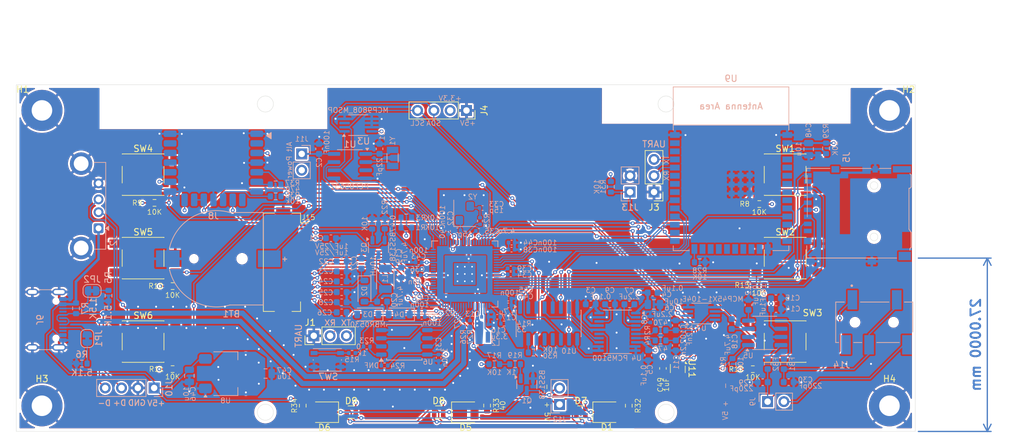
<source format=kicad_pcb>
(kicad_pcb (version 20241229) (generator "pcbnew") (generator_version "9.0")
  (layers (0 "F.Cu" signal) (4 "In1.Cu" signal) (6 "In2.Cu" signal) (2 "B.Cu" signal) (13 "F.Paste" user) (15 "B.Paste" user) (5 "F.SilkS" user "F.Silkscreen") (7 "B.SilkS" user "B.Silkscreen") (1 "F.Mask" user) (3 "B.Mask" user) (25 "Edge.Cuts" user))
  (net 0 "")
  (net 1 "Net-(U1-OSCI)")
  (net 2 "Net-(U4-CAPP)")
  (net 3 "Net-(U4-CAPM)")
  (net 4 "Net-(U4-VNEG)")
  (net 5 "Net-(U4-LDOO)")
  (net 6 "LED_5V+")
  (net 7 "SCL")
  (net 8 "Net-(U4-OUTL)")
  (net 9 "SDA")
  (net 10 "Net-(U4-OUTR)")
  (net 11 "Net-(U1-OSCO)")
  (net 12 "1~{PRE}")
  (net 13 "SQW")
  (net 15 "LED_5V-")
  (net 16 "GPIO28{slash}btn")
  (net 17 "GPIO21{slash}btn")
  (net 18 "Net-(D2-A)")
  (net 19 "Net-(D3-K)")
  (net 20 "Net-(J15-Pin_5)")
  (net 21 "Net-(J15-Pin_15)")
  (net 22 "GPIO20{slash}btn")
  (net 23 "SD_D0_MISO")
  (net 24 "SD_D3_CS")
  (net 25 "GPIO8{slash}btn")
  (net 26 "GPIO10{slash}btn")
  (net 27 "Net-(J15-Pin_18)")
  (net 28 "Net-(J6-CC1)")
  (net 29 "USB D+")
  (net 30 "USB D-")
  (net 31 "Net-(J6-CC2)")
  (net 32 "Net-(JP2-A)")
  (net 33 "Net-(JP1-A)")
  (net 34 "GPIO9{slash}btn")
  (net 35 "3V BATT")
  (net 36 "SD_CLK")
  (net 37 "SD_CMD_MOSI")
  (net 38 "Net-(J15-Pin_20)")
  (net 39 "SD_DET")
  (net 42 "Net-(U5-IN-)")
  (net 43 "Net-(U5-IN+)")
  (net 44 "MUTE")
  (net 46 "MONO_OUT_R-")
  (net 47 "Net-(J15-Pin_22)")
  (net 48 "Net-(J15-Pin_24)")
  (net 49 "VGH")
  (net 50 "VGL")
  (net 56 "GDR")
  (net 57 "RESE")
  (net 58 "GND")
  (net 59 "GPIO1 SCREEN RST")
  (net 60 "GPIO3 SPI0 TX")
  (net 61 "GPIO5 SCREEN BUSY")
  (net 62 "GPIO1 SCREEN CS")
  (net 63 "GPIO4 DC")
  (net 64 "GPIO2 CLK")
  (net 65 "Net-(U7-P0W)")
  (net 66 "MONO_OUT_R+")
  (net 67 "Net-(Q1-G)")
  (net 68 "Net-(U5-OUT+)")
  (net 69 "Net-(U5-OUT-)")
  (net 71 "MONO_OUT+")
  (net 72 "+3V3")
  (net 73 "/uC/VREG_AVDD")
  (net 74 "/uC/XIN")
  (net 75 "Net-(C33-Pad1)")
  (net 76 "+1V1")
  (net 77 "/uC/SWD")
  (net 78 "/uC/SWCLK")
  (net 79 "/uC/~{USB_BOOT}")
  (net 80 "/uC/QSPI_SS")
  (net 81 "/uC/FLASH_SS")
  (net 82 "/uC/XOUT")
  (net 83 "Net-(U2-USB_DP)")
  (net 84 "Net-(U2-USB_DM)")
  (net 85 "/uC/RUN")
  (net 86 "/uC/VREG_LX")
  (net 87 "/uC/QSPI_SD0")
  (net 90 "/uC/QSPI_SD2")
  (net 91 "/uC/QSPI_SD1")
  (net 94 "/uC/QSPI_SCLK")
  (net 97 "Net-(U10-E)")
  (net 98 "/uC/QSPI_SD3")
  (net 106 "ESP32_UART0_RX")
  (net 108 "BT_I2S_SDATA")
  (net 111 "BT_I2S_LRCK")
  (net 118 "ESP32_UART0_TX")
  (net 120 "ESP32_IO2")
  (net 121 "ESP32_EN")
  (net 122 "ESP32_IO0")
  (net 123 "ESP32_UART1_TX")
  (net 124 "ESP32_UART1_RX")
  (net 125 "GPIO0_TX")
  (net 126 "GPIO1_RX")
  (net 127 "GPIO35_I2S_SELECT")
  (net 128 "BT_I2S_SCK")
  (net 132 "GPIO34_ESP32_COM")
  (net 138 "PICO_LRCK")
  (net 139 "PICO_BCK")
  (net 140 "PICO_DIN")
  (net 141 "/DIN")
  (net 142 "/LRCK")
  (net 143 "/BCK")
  (net 144 "SCREEN_LED")
  (net 145 "Net-(J8-Pin_6)")
  (net 146 "RM2_SPI_IRQ")
  (net 147 "Net-(J8-Pin_10)")
  (net 148 "RM2_BT_ON")
  (net 149 "RM2_SPI_CLK_GP29")
  (net 150 "RM2_SPI_CS")
  (net 158 "SPEAKER_OUT_R+")
  (net 159 "Net-(D1-A)")
  (net 160 "Net-(D5-A)")
  (net 161 "Net-(D6-A)")
  (net 162 "Net-(D7-RK)")
  (net 163 "Net-(D7-GK)")
  (net 164 "Net-(D7-BK)")
  (footprint "clock:SW_SPST_TL3301TG" (layer "F.Cu") (at 100 120)
    (property "Reference" "SW6")
    (property "Value" "SW_Push")
  )
  (footprint "Resistor_SMD:R_0603_1608Metric" (layer "F.Cu") (at 104.35 124.29)
    (property "Reference" "R11")
    (property "Value" "10K")
  )
  (footprint "MountingHole:MountingHole_3.2mm_M3_Pad" (layer "F.Cu") (at 84 84)
    (property "Reference" "H1")
    (property "Value" "MountingHole")
  )
  (footprint "Resistor_SMD:R_0603_1608Metric" (layer "F.Cu") (at 104.35 111.36)
    (property "Reference" "R10")
    (property "Value" "10K")
  )
  (footprint "Resistor_SMD:R_0603_1608Metric" (layer "F.Cu") (at 195.7 111.21 180)
    (property "Reference" "R13")
    (property "Value" "10K")
  )
  (footprint "clock:SW_SPST_TL3301TG" (layer "F.Cu") (at 100 107)
    (property "Reference" "SW5")
    (property "Value" "SW_Push")
  )
  (footprint "clock:SW_SPST_TL3301TG" (layer "F.Cu") (at 200 107)
    (property "Reference" "SW2")
    (property "Value" "SW_Push")
  )
  (footprint "Connector_PinHeader_2.54mm:PinHeader_1x03_P2.54mm_Vertical" (layer "F.Cu") (at 179.33 96.71 180)
    (property "Reference" "J3")
    (property "Value" "UART")
  )
  (footprint "MountingHole:MountingHole_3.2mm_M3_Pad" (layer "F.Cu") (at 216 130)
    (property "Reference" "H4")
    (property "Value" "MountingHole")
  )
  (footprint "Resistor_SMD:R_0603_1608Metric" (layer "F.Cu") (at 101.53 98.4)
    (property "Reference" "R9")
    (property "Value" "10K")
  )
  (footprint "Lunasys_Library:LP5817" (layer "F.Cu") (at 183.03 124.2 -90)
    (property "Reference" "U11")
    (property "Value" "~")
  )
  (footprint "Resistor_SMD:R_0603_1608Metric" (layer "F.Cu") (at 195.7275 98.58 180)
    (property "Reference" "R8")
    (property "Value" "10K")
  )
  (footprint "Resistor_SMD:R_0603_1608Metric" (layer "F.Cu") (at 194.72 124.3)
    (property "Reference" "R12")
    (property "Value" "10K")
  )
  (footprint "Resistor_SMD:R_0603_1608Metric" (layer "F.Cu") (at 124.62 129.98 -90)
    (property "Reference" "R34")
    (property "Value" "40")
  )
  (footprint "Resistor_SMD:R_Array_Convex_2x0606" (layer "F.Cu") (at 145.79 130.98)
    (property "Reference" "D8")
    (property "Value" "LED_RGBA")
  )
  (footprint "LED_SMD:LED_PLCC_2835" (layer "F.Cu") (at 128 131 180)
    (property "Reference" "D6")
    (property "Value" "LED")
  )
  (footprint "LED_SMD:LED_PLCC_2835" (layer "F.Cu") (at 172 131)
    (property "Reference" "D1")
    (property "Value" "LED")
  )
  (footprint "Connector_FFC-FPC:Hirose_FH12-24S-0.5SH_1x24-1MP_P0.50mm_Horizontal" (layer "F.Cu") (at 122.98 107.65 -90)
    (property "Reference" "J15")
    (property "Value" "Conn_01x24")
  )
  (footprint "Capacitor_SMD:C_0603_1608Metric" (layer "F.Cu") (at 180.72 124.18 90)
    (property "Reference" "C49")
    (property "Value" "1uF")
  )
  (footprint "Connector_PinSocket_2.54mm:PinSocket_1x04_P2.54mm_Vertical" (layer "F.Cu") (at 150.12 84.005 -90)
    (property "Reference" "J4")
    (property "Value" "xx")
  )
  (footprint "Resistor_SMD:R_0603_1608Metric" (layer "F.Cu") (at 153.33 129.97 -90)
    (property "Reference" "R33")
    (property "Value" "40")
  )
  (footprint "clock:SW_SPST_TL3301TG" (layer "F.Cu") (at 100 94)
    (property "Reference" "SW4")
    (property "Value" "SW_Push")
  )
  (footprint "LED_SMD:LED_PLCC_2835" (layer "F.Cu") (at 150 131)
    (property "Reference" "D5")
    (property "Value" "LED")
  )
  (footprint "MountingHole:MountingHole_3.2mm_M3_Pad" (layer "F.Cu") (at 84 130)
    (property "Reference" "H3")
    (property "Value" "MountingHole")
  )
  (footprint "Resistor_SMD:R_0603_1608Metric" (layer "F.Cu") (at 175.4 129.99 -90)
    (property "Reference" "R32")
    (property "Value" "40")
  )
  (footprint "clock:SW_SPST_TL3301TG" (layer "F.Cu") (at 200 120)
    (property "Reference" "SW3")
    (property "Value" "SW_Push")
  )
  (footprint "Connector_PinHeader_2.54mm:PinHeader_1x03_P2.54mm_Vertical" (layer "F.Cu") (at 126.34 119.1 90)
    (property "Reference" "J1")
    (property "Value" "UART")
  )
  (footprint "clock:SW_SPST_TL3301TG" (layer "F.Cu") (at 200 94)
    (property "Reference" "SW1")
    (property "Value" "SW_Push")
  )
  (footprint "MountingHole:MountingHole_3.2mm_M3_Pad" (layer "F.Cu") (at 216 84)
    (property "Reference" "H2")
    (property "Value" "MountingHole")
  )
  (footprint "Resistor_SMD:R_Array_Convex_2x0606" (layer "F.Cu") (at 132.17 130.99)
    (property "Reference" "D9")
    (property "Value" "LED_RGBA")
  )
  (footprint "Resistor_SMD:R_Array_Convex_2x0606" (layer "F.Cu") (at 167.93 130.98)
    (property "Reference" "D7")
    (property "Value" "LED_RGBA")
  )
  (footprint "Resistor_SMD:R_0603_1608Metric" (layer "B.Cu") (at 172.61 95.9 90)
    (property "Reference" "R31")
    (property "Value" "10K")
  )
  (footprint "Jumper:SolderJumper-2_P1.3mm_Bridged_RoundedPad1.0x1.5mm" (layer "B.Cu") (at 91.055 119.525 90)
    (property "Reference" "JP1")
    (property "Value" "SJB")
  )
  (footprint "Package_SO:MSOP-8_3x3mm_P0.65mm" (layer "B.Cu") (at 186.71 115.6325)
    (property "Reference" "U7")
    (property "Value" "MCP45X1-104E")
  )
  (footprint "Resistor_SMD:R_0603_1608Metric" (layer "B.Cu") (at 180.345 119.8325)
    (property "Reference" "R4")
    (property "Value" "470")
  )
  (footprint "Package_TO_SOT_SMD:SOT-223-3_TabPin2" (layer "B.Cu") (at 112.6 125)
    (property "Reference" "U8")
    (property "Value" "NCP1117-3.3_SOT223")
  )
  (footprint "Resistor_SMD:R_0603_1608Metric" (layer "B.Cu") (at 154.46 123.52)
    (property "Reference" "R17")
    (property "Value" "10K")
  )
  (footprint "Resistor_SMD:R_0402_1005Metric" (layer "B.Cu") (at 155.98 117.2 180)
    (property "Reference" "R14")
    (property "Value" "33")
  )
  (footprint "Capacitor_SMD:C_0603_1608Metric" (layer "B.Cu") (at 130.68 112.3)
    (property "Reference" "C25")
    (property "Value" "1uF/25V")
  )
  (footprint "Inductor_SMD:L_TDK_NLV32_3.2x2.5mm" (layer "B.Cu") (at 137.48 110.225 -90)
    (property "Reference" "L1")
    (property "Value" "10uH")
  )
  (footprint "Capacitor_SMD:C_0603_1608Metric" (layer "B.Cu") (at 182.72 120.6025 90)
    (property "Reference" "C11")
    (property "Value" "2.2nF")
  )
  (footprint "Capacitor_SMD:C_0603_1608Metric" (layer "B.Cu") (at 169.465 114.19)
    (property "Reference" "C3")
    (property "Value" "0.1uF" (hide yes))
  )
  (footprint "Capacitor_SMD:C_0402_1005Metric" (layer "B.Cu") (at 147.26 102.79 90)
    (property "Reference" "C40")
    (property "Value" "100n")
  )
  (footprint "Crystal:Crystal_SMD_3225-4Pin_3.2x2.5mm" (layer "B.Cu") (at 149.85 100.02 90)
    (property "Reference" "Y2")
    (property "Value" "ABM8-272-T3")
  )
  (footprint "Capacitor_SMD:C_0402_1005Metric" (layer "B.Cu") (at 154.91 116.15 180)
    (property "Reference" "C17")
    (property "Value" "4.7u")
  )
  (footprint "Capacitor_SMD:C_0603_1608Metric" (layer "B.Cu") (at 196.255 126.3225 180)
    (property "Reference" "C29")
    (property "Value" "220pF")
  )
  (footprint "Resistor_SMD:R_0402_1005Metric" (layer "B.Cu") (at 137.36 123.73 180)
    (property "Reference" "R24")
    (property "Value" "DNF")
  )
  (footprint "clock:microSD_HC_Hirose_DM3AT-SF-PEJM5_combined_MSD-4-A" (layer "B.Cu") (at 211 100 -90)
    (property "Reference" "J5")
    (property "Value" "Micro_SD_Card_Det1")
    (fp_circle (center -4.3 -2.6) (end -3.7 -2.6) (stroke (width 0.05)) (fill no) (layer "Edge.Cuts"))
    (fp_circle (center 3.7 -2.6) (end 4.3 -2.6) (stroke (width 0.05)) (fill no) (layer "Edge.Cuts"))
  )
  (footprint "Package_SO:SOIC-8_5.3x5.3mm_P1.27mm" (layer "B.Cu") (at 140.44 120.1225)
    (property "Reference" "U6")
    (property "Value" "W25Q128JVS")
  )
  (footprint "Capacitor_SMD:C_0603_1608Metric" (layer "B.Cu") (at 191.43 117.2525 -90)
    (property "Reference" "C18")
    (property "Value" "4.7uF")
  )
  (footprint "Capacitor_SMD:C_0402_1005Metric" (layer "B.Cu") (at 143.14 116.16 180)
    (property "Reference" "C37")
    (property "Value" "100n")
  )
  (footprint "Capacitor_SMD:C_0402_1005Metric" (layer "B.Cu") (at 156.625 114.37)
    (property "Reference" "C41")
    (property "Value" "100n")
  )
  (footprint "Package_SO:SOP-8_3.76x4.96mm_P1.27mm" (layer "B.Cu") (at 196.57 118.65)
    (property "Reference" "U5")
    (property "Value" "PAM8302A")
  )
  (footprint "Capacitor_SMD:C_0402_1005Metric" (layer "B.Cu") (at 178.74 116.5425 90)
    (property "Reference" "C8")
    (property "Value" "2.2uF")
  )
  (footprint "Resistor_SMD:R_0603_1608Metric" (layer "B.Cu") (at 94.375 112.855 -90)
    (property "Reference" "R5")
    (property "Value" "5.1K")
  )
  (footprint "Button_Switch_SMD:SW_Push_1P1T_NO_Vertical_Wuerth_434133025816" (layer "B.Cu") (at 128.45 122.86)
    (property "Reference" "SW7")
    (property "Value" "SW_Push")
  )
  (footprint "Package_SO:SOIC-8_3.9x4.9mm_P1.27mm" (layer "B.Cu") (at 131.96 92.679999 180)
    (property "Reference" "U1")
    (property "Value" "PCF8563T")
  )
  (footprint "cell:MPD_BC501SM-TR" (layer "B.Cu") (at 111.17 107.1)
    (property "Reference" "BT1")
    (property "Value" "3V Cell")
  )
  (footprint "Resistor_SMD:R_0603_1608Metric" (layer "B.Cu") (at 206.12 89.91 -90)
    (property "Reference" "R29")
    (property "Value" "10K")
  )
  (footprint "RP2350_80QFN_minimal:L_pol_2016" (layer "B.Cu") (at 152.77 119.31179)
    (property "Reference" "L2")
    (property "Value" "3.3u")
  )
  (footprint "Resistor_SMD:R_0603_1608Metric" (layer "B.Cu") (at 120.4 97.38)
    (property "Reference" "R38")
    (property "Value" "10k")
  )
  (footprint "Capacitor_SMD:C_0402_1005Metric" (layer "B.Cu") (at 157.14 105.68)
    (property "Reference" "C38")
    (property "Value" "100n")
  )
  (footprint "Capacitor_SMD:C_0603_1608Metric" (layer "B.Cu") (at 133.755 107.85 90)
    (property "Reference" "C27")
    (property "Value" "1uF/25V")
  )
  (footprint "Resistor_SMD:R_0402_1005Metric" (layer "B.Cu") (at 149.64 117.25 90)
    (property "Reference" "R26")
    (property "Value" "27")
  )
  (footprint "Diode_SMD:D_SOD-123" (layer "B.Cu") (at 139.655 115.775 180)
    (property "Reference" "D4")
    (property "Value" "MBR0530" (hide yes))
  )
  (footprint "Connector_PinHeader_2.54mm:PinHeader_1x02_P2.54mm_Vertical" (layer "B.Cu") (at 197.02 129.3575 -90)
    (property "Reference" "J9")
    (property "Value" "AUDIO")
  )
  (footprint "Resistor_SMD:R_0603_1608Metric" (layer "B.Cu") (at 160.575 121.7)
    (property "Reference" "R30")
    (property "Value" "10K")
  )
  (footprint "Capacitor_SMD:C_0402_1005Metric" (layer "B.Cu") (at 142.49 109.68 180)
    (property "Reference" "C36")
    (property "Value" "100n")
  )
  (footprint "Resistor_SMD:R_0603_1608Metric" (layer "B.Cu") (at 140.75 100.675)
    (property "Reference" "R3")
    (property "Value" "10K")
  )
  (footprint "Capacitor_SMD:C_0402_1005Metric" (layer "B.Cu") (at 152.06 102.77)
    (property "Reference" "C35")
    (property "Value" "4.7u")
  )
  (footprint "Jumper:SolderJumper-2_P1.3mm_Bridged_RoundedPad1.0x1.5mm" (layer "B.Cu") (at 91.81 112.105 180)
    (property "Reference" "JP2")
    (property "Value" "SJB")
  )
  (footprint "Resistor_SMD:R_0603_1608Metric" (layer "B.Cu") (at 157.695 123.52)
    (property "Reference" "R19")
    (property "Value" "1K")
  )
  (footprint "Resistor_SMD:R_0603_1608Metric" (layer "B.Cu") (at 120.39 95.53)
    (property "Reference" "R37")
    (property "Value" "470")
  )
  (footprint "Capacitor_SMD:C_0402_1005Metric" (layer "B.Cu") (at 143.15 115.19 180)
    (property "Reference" "C42")
    (property "Value" "100n")
  )
  (footprint "Resistor_SMD:R_0402_1005Metric" (layer "B.Cu") (at 134.59 120.78)
    (property "Reference" "R23")
    (property "Value" "0")
  )
  (footprint "Capacitor_SMD:C_0603_1608Metric" (layer "B.Cu") (at 172.475 114.2)
    (property "Reference" "C9")
    (property "Value" "0.1uF")
  )
  (footprint "Capacitor_SMD:C_0402_1005Metric" (layer "B.Cu") (at 148.7 102.68 180)
    (property "Reference" "C32")
    (property "Value" "15p")
  )
  (footprint "Connector_USB:USB_A_Connfly_DS1095" (layer "B.Cu") (at 92.815 102.355 90)
    (property "Reference" "J2")
    (property "Value" "USB_A")
  )
  (footprint "Capacitor_SMD:C_0402_1005Metric" (layer "B.Cu") (at 157.15 104.59)
    (property "Reference" "C44")
    (property "Value" "100n")
  )
  (footprint "Connector_USB:USB_C_Receptacle_GCT_USB4105-xx-A_16P_TopMnt_Horizontal" (layer "B.Cu") (at 83.58 116.595 90)
    (property "Reference" "J6")
    (property "Value" "USB_C_Receptacle")
  )
  (footprint "Capacitor_SMD:C_0603_1608Metric" (layer "B.Cu") (at 130.68 115.45)
    (property "Reference" "C26")
    (property "Value" "1uF/25V")
  )
  (footprint "Diode_SMD:D_SOD-123" (layer "B.Cu") (at 134.23 112.125 -90)
    (property "Reference" "D2")
    (property "Value" "MBR0530")
  )
  (footprint "Capacitor_SMD:C_0603_1608Metric" (layer "B.Cu") (at 130.68 110.625)
    (property "Reference" "C24")
    (property "Value" "1uF/25V")
  )
  (footprint "Inductor_SMD:L_0603_1608Metric" (layer "B.Cu") (at 199.55 123.5025 -90)
    (property "Reference" "FB1")
    (property "Value" "FerriteBead" (hide yes))
  )
  (footprint "Resistor_SMD:R_0603_1608Metric" (layer "B.Cu") (at 180.345 118.2425)
    (property "Reference" "R2")
    (property "Value" "470")
  )
  (footprint "Package_SO:SOIC-16_3.9x9.9mm_P1.27mm" (layer "B.Cu") (at 162.92 117.175 -90)
    (property "Reference" "U10")
    (property "Value" "74LS157")
  )
  (footprint "Package_TO_SOT_SMD:SOT-23-3" (layer "B.Cu") (at 136.4175 105.35 -90)
    (property "Reference" "Q3")
    (property "Value" "BSS138")
  )
  (footprint "Package_SO:MSOP-8_3x3mm_P0.65mm" (layer "B.Cu") (at 133.249999 86.289999)
    (property "Reference" "U3")
    (property "Value" "MCP9808_MSOP")
  )
  (footprint "Capacitor_SMD:C_0402_1005Metric" (layer "B.Cu") (at 157.01 109.54)
    (property "Reference" "C34")
    (property "Value" "100n")
  )
  (footprint "Capacitor_SMD:C_0603_1608Metric" (layer "B.Cu") (at 182.72 117.4725 -90)
    (property "Reference" "C10")
    (property "Value" "2.2nF")
  )
  (footprint "Capacitor_SMD:C_0402_1005Metric" (layer "B.Cu") (at 157.01 108.61)
    (property "Reference" "C39")
    (property "Value" "100n")
  )
  (footprint "SJ2-35863B1-SMT-TR:CUI_SJ2-35863B1-SMT-TR" (layer "B.Cu") (at 213.63 117)
    (property "Reference" "J14")
    (property "Value" "SJ2-35863B1-SMT-TR")
  )
  (footprint "Resistor_SMD:R_0603_1608Metric" (layer "B.Cu") (at 137.3925 101.625 -90)
    (property "Reference" "R22")
    (property "Value" "0.47")
  )
  (footprint "Capacitor_SMD:C_0603_1608Metric" (layer "B.Cu") (at 127.16 89.979999 90)
    (property "Reference" "C2")
    (property "Value" "100nF")
  )
  (footprint "Resistor_SMD:R_0603_1608Metric" (layer "B.Cu") (at 191.55 123.48 -90)
    (property "Reference" "R16")
    (property "Value" "10K")
  )
  (footprint "Capacitor_SMD:C_0402_1005Metric" (layer "B.Cu") (at 142.67 107.67 180)
    (property "Reference" "C43")
    (property "Value" "100n")
  )
  (footprint "Capacitor_SMD:C_0805_2012Metric" (layer "B.Cu") (at 106.96 125.34 -90)
    (property "Reference" "C46")
    (property "Value" "10u")
  )
  (footprint "Capacitor_SMD:C_0603_1608Metric" (layer "B.Cu") (at 175.495 114.2 180)
    (property "Reference" "C7")
    (property "Value" "2.2uF")
  )
  (footprint "Capacitor_SMD:C_0603_1608Metric" (layer "B.Cu") (at 198.32 113.2625)
    (property "Reference" "C15")
    (property "Value" "10uF")
  )
  (footprint "Capacitor_SMD:C_0603_1608Metric" (layer "B.Cu") (at 200.29875 126.31875)
    (property "Reference" "C30")
    (property "Value" "220pF")
  )
  (footprint "Capacitor_SMD:C_0603_1608Metric" (layer "B.Cu") (at 194.03 114.2925 90)
    (property "Reference" "C12")
    (property "Value" "0.1uF")
  )
  (footprint "Connector_PinHeader_2.54mm:PinHeader_1x02_P2.54mm_Vertical" (layer "B.Cu") (at 124.46 90.77 180)
    (property "Reference" "J11")
    (property "Value" "Alt Power")
  )
  (footprint "Resistor_SMD:R_0402_1005Metric" (layer "B.Cu") (at 152.23 101.22 90)
    (property "Reference" "R25")
    (property "Value" "1k")
  )
  (footprint "Capacitor_SMD:C_0402_1005Metric" (layer "B.Cu") (at 145.78 122.51 -90)
    (property "Reference" "C31")
    (property "Value" "100n")
  )
  (footprint "Capacitor_SMD:C_0603_1608Metric" (layer "B.Cu") (at 136.98 113.775)
    (property "Reference" "C20")
    (property "Value" "4.7uF")
  )
  (footprint "Resistor_SMD:R_0603_1608Metric" (layer "B.Cu") (at 135.43 101.65 90)
    (property "Reference" "R21" (hide yes))
    (property "Value" "10K")
  )
  (footprint "Capacitor_SMD:C_0805_2012Metric" (layer "B.Cu") (at 203.41 90.03 -90)
    (property "Reference" "C48")
    (property "Value" "10u")
  )
  (footprint "RP2350_80QFN_minimal:C_0402_1005Metric_small_pads" (layer "B.Cu") (at 153 116.16)
    (property "Reference" "C13")
    (property "Value" "4.7u")
  )
  (footprint "Connector_PinHeader_2.54mm:PinHeader_1x02_P2.54mm_Vertical" (layer "B.Cu") (at 175.6 96.715)
    (property "Reference" "J13")
    (property "Value" "ESP32_IO0")
  )
  (footprint "Capacitor_SMD:C_0603_1608Metric" (layer "B.Cu") (at 129.005 103.9)
    (property "Reference" "C21")
    (property "Value" "1uF/25V")
  )
  (footprint "Diode_SMD:D_SOD-123" (layer "B.Cu") (at 134.755 115.775 180)
    (property "Reference" "D3")
    (property "Value" "MBR0530")
  )
  (footprint "Capacitor_SMD:C_0805_2012Metric" (layer "B.Cu") (at 118.83 124.98)
    (property "Reference" "C47")
    (property "Value" "10u")
  )
  (footprint "Crystal:Crystal_SMD_3215-2Pin_3.2x1.5mm" (layer "B.Cu") (at 138.61 91.399999 -90)
    (property "Reference" "Y1")
    (property "Value" "Crystal")
  )
  (footprint "Capacitor_SMD:C_0603_1608Metric" (layer "B.Cu") (at 136.58 89.979999 -90)
    (property "Reference" "C1")
    (property "Value" "22pF")
  )
  (footprint "Capacitor_SMD:C_0603_1608Metric" (layer "B.Cu") (at 130.68 107.525)
    (property "Reference" "C22")
    (property "Value" "1uF/10V")
  )
  (footprint "Resistor_SMD:R_0402_1005Metric" (layer "B.Cu") (at 132.3 121.79 180)
    (property "Reference" "R15")
    (property "Value" "1k")
  )
  (footprint "Capacitor_SMD:C_0402_1005Metric" (layer "B.Cu") (at 152.63 99.2)
    (property "Reference" "C33")
    (property "Value" "15p")
  )
  (footprint "RP2350_80QFN_minimal:RP2350-QFN-80-1EP_10x10_P0.4mm_EP3.4x3.4mm_ThermalVias" (layer "B.Cu") (at 149.8585 109.475)
    (property "Reference" "U2")
    (property "Value" "RP2350_80QFN")
  )
  (footprint "Capacitor_SMD:C_0805_2012Metric" (layer "B.Cu") (at 179.32375 114.21875)
    (property "Reference" "C6")
    (property "Value" "10uF")
  )
  (footprint "Resistor_SMD:R_0603_1608Metric" (layer "B.Cu") (at 186.45 107.65)
    (property "Reference" "R28")
    (property "Value" "10K")
  )
  (footprint "PCM_Espressif:ESP32-WROOM-32E" (layer "B.Cu") (at 191.325 94.835 180)
    (property "Reference" "U9")
    (property "Value" "ESP32-WROOM-E")
  )
  (footprint "Capacitor_SMD:C_0603_1608Metric" (layer "B.Cu") (at 139.955 109.25 -90)
    (property "Reference" "C19")
    (property "Value" "4.7uF")
  )
  (footprint "Resistor_SMD:R_0603_1608Metric" (layer "B.Cu") (at 89.305 114.825 90)
    (property "Reference" "R7")
    (property "Value" "1.5K")
  )
  (footprint "RP2350_80QFN_minimal:C_0402_1005Metric_small_pads" (layer "B.Cu") (at 152.98 117.33)
    (property "Reference" "C16")
    (property "Value" "4.7u")
  )
  (footprint "Package_TO_SOT_SMD:SOT-23" (layer "B.Cu") (at 159.515 126.6975 -90)
    (property "Reference" "Q1")
    (property "Value" "BSS138")
  )
  (footprint "Package_SO:TSSOP-20_4.4x6.5mm_P0.65mm" (layer "B.Cu") (at 173.63 118.4875 180)
    (property "Reference" "U4")
    (property "Value" "PCM5100")
  )
  (footprint "Inductor_SMD:L_0603_1608Metric" (layer "B.Cu") (at 197.03 123.4925 -90)
    (property "Reference" "FB2")
    (property "Value" "FerriteBead" (hide yes))
  )
  (footprint "RMC20452T:RMC20452T" (layer "B.Cu") (at 110.71 90.18 180)
    (property "Reference" "J8")
    (property "Value" "Conn_01x21_Pin")
  )
  (footprint "Capacitor_SMD:C_0402_1005Metric" (layer "B.Cu") (at 156.625 113.3)
    (property "Reference" "C45")
    (property "Value" "100n")
  )
  (footprint "Resistor_SMD:R_0603_1608Metric" (layer "B.Cu") (at 140.745 102.24)
    (property "Reference" "R1")
    (property "Value" "10K")
  )
  (footprint "Capacitor_SMD:C_0603_1608Metric" (layer "B.Cu") (at 130.68 113.875)
    (property "Reference" "C28")
    (property "Value" "1uF/25V")
  )
  (footprint "Connector_PinHeader_2.54mm:PinHeader_1x02_P2.54mm_Vertical" (layer "B.Cu") (at 164.62 129.79)
    (property "Reference" "J12")
    (property "Value" "LED_5V")
  )
  (footprint "Capacitor_SMD:C_0603_1608Metric" (layer "B.Cu") (at 178.425 122.1325 90)
    (property "Reference" "C5")
    (property "Value" "0.1uF")
  )
  (footprint "Capacitor_SMD:C_0603_1608Metric" (layer "B.Cu") (at 198.335 114.9325)
    (property "Reference" "C14")
    (property "Value" "1uF")
  )
  (footprint "Resistor_SMD:R_0603_1608Metric" (layer "B.Cu") (at 90.205 123.425 180)
    (property "Reference" "R6")
    (property "Value" "5.1K")
  )
  (footprint "Connector_PinHeader_2.54mm:PinHeader_1x04_P2.54mm_Vertical" (layer "B.Cu") (at 101.475 127.225 90)
    (property "Reference" "J10")
    (property "Value" "USB")
  )
  (footprint "Capacitor_SMD:C_0603_1608Metric" (layer "B.Cu") (at 130.68 109.075)
    (property "Reference" "C23")
    (property "Value" "1uF/10V")
  )
  (footprint "Resistor_SMD:R_0402_1005Metric" (layer "B.Cu") (at 150.67 117.24 90)
    (property "Reference" "R27")
    (property "Value" "27")
  )
  (footprint "Capacitor_SMD:C_0603_1608Metric" (layer "B.Cu") (at 179.115 112.38 180)
    (property "Reference" "C4")
    (property "Value" "0.1uF")
  )
  (gr_circle (center 181.2 83) (end 182.45 83) (stroke (width 0.05)) (fill no) (layer "Edge.Cuts"))
  (gr_rect (start 80 80) (end 220 134) (stroke (width 0.05)) (fill no) (layer "Edge.Cuts"))
  (gr_circle (center 181.2 131) (end 182.45 131) (stroke (width 0.05)) (fill no) (layer "Edge.Cuts"))
  (gr_circle (center 118.8 131) (end 120.05 131) (stroke (width 0.05)) (fill no) (layer "Edge.Cuts"))
  (gr_circle (center 118.8 83) (end 120.05 83) (stroke (width 0.05)) (fill no) (layer "Edge.Cuts"))
  (gr_text "-   + 5V" (at 162.24 126.49 270) (layer "F.SilkS") (effects (font (size 0.8 0.8) (thickness 0.1)) (justify left bottom)))
  (gr_text "TX" (at 132.23 117.62 0) (layer "B.SilkS") (effects (font (size 0.9 0.9) (thickness 0.15) (bold yes)) (justify left bottom mirror)))
  (gr_text "SDA" (at 146.2 86.45 0) (layer "B.SilkS") (effects (font (size 0.8 0.8) (thickness 0.1)) (justify left bottom mirror)))
  (gr_text "RX" (at 129.86 117.62 0) (layer "B.SilkS") (effects (font (size 0.9 0.9) (thickness 0.15) (bold yes)) (justify left bottom mirror)))
  (gr_text "D-" (at 94.82 130.1 0) (layer "B.SilkS") (effects (font (size 0.9 0.9) (thickness 0.15) (bold yes)) (justify left bottom mirror)))
  (gr_text "+5V" (at 151.63 86.44 0) (layer "B.SilkS") (effects (font (size 0.8 0.8) (thickness 0.1)) (justify left bottom mirror)))
  (gr_text "TX" (at 181.74 90.94 90) (layer "B.SilkS") (effects (font (size 0.8 0.8) (thickness 0.1)) (justify left bottom mirror)))
  (gr_text "+5V" (at 103.26 130.12 0) (layer "B.SilkS") (effects (font (size 0.9 0.9) (thickness 0.15) (bold yes)) (justify left bottom mirror)))
  (gr_text "D+" (at 97.21 130.08 0) (layer "B.SilkS") (effects (font (size 0.9 0.9) (thickness 0.15) (bold yes)) (justify left bottom mirror)))
  (gr_text "GND" (at 100.26 130.07 0) (layer "B.SilkS") (effects (font (size 0.9 0.9) (thickness 0.15) (bold yes)) (justify left bottom mirror)))
  (gr_text "+3.3V" (at 149.43 82.59 0) (layer "B.SilkS") (effects (font (size 0.8 0.8) (thickness 0.1)) (justify left bottom mirror)))
  (gr_text "RX" (at 181.76 93.33 90) (layer "B.SilkS") (effects (font (size 0.8 0.8) (thickness 0.1)) (justify left bottom mirror)))
  (gr_text "SCL" (at 143.67 86.44 0) (layer "B.SilkS") (effects (font (size 0.8 0.8) (thickness 0.1)) (justify left bottom mirror)))
  (gr_text "-   + 5V" (at 190.9 126.32 90) (layer "B.SilkS") (effects (font (size 0.8 0.8) (thickness 0.1)) (justify left bottom mirror)))
  (dimension (type orthogonal) (layer "B.Cu") (pts (xy 220 107) (xy 220 134)) (height 11.24) (orientation 1) (format (prefix "") (suffix "") (units 3) (units_format 1) (precision 4)) (style (thickness 0.2) (arrow_length 1.27) (text_position_mode 0) (arrow_direction outward) (extension_height 0.58642) (extension_offset 0.5) (keep_text_aligned yes)) (gr_text "27.0000 mm" (at 229.44 120.5 90) (layer "B.Cu") (effects (font (size 1.5 1.5) (thickness 0.3)) (justify mirror))))
  (segment (start 134.47 90.76) (end 137.999999 90.76) (width 0.2) (layer "B.Cu") (net 1))
  (segment (start 137.999999 90.76) (end 138.61 90.149999) (width 0.2) (layer "B.Cu") (net 1))
  (segment (start 176.4925 116.2125) (end 175.836544 116.2125) (width 0.2) (layer "B.Cu") (net 2))
  (segment (start 175.4 115.775956) (end 175.4 115.07) (width 0.2) (layer "B.Cu") (net 2))
  (segment (start 176.27 114.25) (end 176.27 114.2) (width 0.2) (layer "B.Cu") (net 2))
  (segment (start 175.836544 116.2125) (end 175.4 115.775956) (width 0.2) (layer "B.Cu") (net 2))
  (segment (start 175.4 115.07) (end 176.27 114.2) (width 0.2) (layer "B.Cu") (net 2))
  (segment (start 174.675 116.975) (end 174.675 114.245) (width 0.2) (layer "B.Cu") (net 3))
  (segment (start 174.675 114.245) (end 174.72 114.2) (width 0.2) (layer "B.Cu") (net 3))
  (segment (start 174.975 114.455) (end 174.72 114.2) (width 0.2) (layer "B.Cu") (net 3))
  (segment (start 176.4925 117.5125) (end 175.2125 117.5125) (width 0.2) (layer "B.Cu") (net 3))
  (segment (start 175.2125 117.5125) (end 174.675 116.975) (width 0.2) (layer "B.Cu") (net 3))
  (segment (start 178.74 117.0225) (end 178.217746 117.0225) (width 0.2) (layer "B.Cu") (net 4))
  (segment (start 177.077746 118.1625) (end 176.4925 118.1625) (width 0.2) (layer "B.Cu") (net 4))
  (segment (start 178.217746 117.0225) (end 177.077746 118.1625) (width 0.2) (layer "B.Cu") (net 4))
  (segment (start 172.6 115.1) (end 171.7 114.2) (width 0.2) (layer "B.Cu") (net 5))
  (segment (start 170.7675 116.8625) (end 172.2125 116.8625) (width 0.2) (layer "B.Cu") (net 5))
  (segment (start 172.6 116.475) (end 172.6 115.1) (width 0.2) (layer "B.Cu") (net 5))
  (segment (start 172.2125 116.8625) (end 172.6 116.475) (width 0.2) (layer "B.Cu") (net 5))
  (segment (start 163.14 128.86) (end 122.76 128.86) (width 0.2) (layer "F.Cu") (net 6))
  (segment (start 165.471 128.939) (end 175.174 128.939) (width 0.2) (layer "F.Cu") (net 6))
  (segment (start 164.62 129.79) (end 165.471 128.939) (width 0.2) (layer "F.Cu") (net 6))
  (segment (start 164.62 129.79) (end 164.07 129.79) (width 0.2) (layer "F.Cu") (net 6))
  (segment (start 164.07 129.79) (end 163.14 128.86) (width 0.2) (layer "F.Cu") (net 6))
  (segment (start 175.174 128.939) (end 175.4 129.165) (width 0.2) (layer "F.Cu") (net 6))
  (via (at 122.76 128.86) (size 0.6) (drill 0.3) (layers "F.Cu" "B.Cu") (net 6))
  (segment (start 84.75 118.969999) (end 84.75 121.45) (width 0.2) (layer "B.Cu") (net 6))
  (segment (start 103.4 129.15) (end 101.475 127.225) (width 0.2) (layer "B.Cu") (net 6))
  (segment (start 86.685001 118.995) (end 85.705 118.014999) (width 0.2) (layer "B.Cu") (net 6))
  (segment (start 89.305 114) (end 89.12 114.185) (width 0.4) (layer "B.Cu") (net 6))
  (segment (start 108.61 122.7) (end 109.45 122.7) (width 0.2) (layer "B.Cu") (net 6))
  (segment (start 86.685001 114.195) (end 87.26 114.195) (width 0.2) (layer "B.Cu") (net 6))
  (segment (start 89.3 113.995) (end 89.305 114) (width 0.4) (layer "B.Cu") (net 6))
  (segment (start 85.705 118.014999) (end 85.705 115.175001) (width 0.2) (layer "B.Cu") (net 6))
  (segment (start 85.705 118.014999) (end 84.75 118.969999) (width 0.2) (layer "B.Cu") (net 6))
  (segment (start 89.3 110.67) (end 89.3 113.995) (width 0.4) (layer "B.Cu") (net 6))
  (segment (start 101.475 126.35) (end 101.475 127.225) (width 0.2) (layer "B.Cu") (net 6))
  (segment (start 88.25 124.95) (end 100.075 124.95) (width 0.2) (layer "B.Cu") (net 6))
  (segment (start 89.12 114.185) (end 87.245 114.185) (width 0.4) (layer "B.Cu") (net 6))
  (segment (start 122.76 128.86) (end 122.47 129.15) (width 0.2) (layer "B.Cu") (net 6))
  (segment (start 87.26 118.995) (end 86.685001 118.995) (width 0.2) (layer "B.Cu") (net 6))
  (segment (start 100.075 124.95) (end 101.475 126.35) (width 0.2) (layer "B.Cu") (net 6))
  (segment (start 104.085 127.225) (end 108.61 122.7) (width 0.2) (layer "B.Cu") (net 6))
  (segment (start 92.815 102.355) (end 92.815 107.155) (width 0.4) (layer "B.Cu") (net 6))
  (segment (start 85.705 115.175001) (end 86.685001 114.195) (width 0.2) (layer "B.Cu") (net 6))
  (segment (start 84.75 121.45) (end 88.25 124.95) (width 0.2) (layer "B.Cu") (net 6))
  (segment (start 92.815 107.155) (end 89.3 110.67) (width 0.4) (layer "B.Cu") (net 6))
  (segment (start 122.47 129.15) (end 103.4 129.15) (width 0.2) (layer "B.Cu") (net 6))
  (segment (start 101.475 127.225) (end 104.085 127.225) (width 0.2) (layer "B.Cu") (net 6))
  (segment (start 169.731112 101.89) (end 182.509 114.667888) (width 0.2) (layer "F.Cu") (net 7))
  (segment (start 182.509 114.667888) (end 182.509 115.0215) (width 0.2) (layer "F.Cu") (net 7))
  (segment (start 185.76 121.48) (end 183.78 123.46) (width 0.2) (layer "F.Cu") (net 7))
  (segment (start 185.76 118.2725) (end 185.76 121.48) (width 0.2) (layer "F.Cu") (net 7))
  (segment (start 183.03 115.5425) (end 185.76 118.2725) (width 0.2) (layer "F.Cu") (net 7))
  (segment (start 182.509 115.0215) (end 183.03 115.5425) (width 0.2) (layer "F.Cu") (net 7))
  (segment (start 160.7 101.89) (end 169.731112 101.89) (width 0.2) (layer "F.Cu") (net 7))
  (segment (start 157.3 98.49) (end 160.7 101.89) (width 0.2) (layer "F.Cu") (net 7))
  (via (at 157.3 98.49) (size 0.6) (drill 0.3) (layers "F.Cu" "B.Cu") (net 7))
  (via (at 183.03 115.5425) (size 0.6) (drill 0.3) (layers "F.Cu" "B.Cu") (net 7))
  (segment (start 141.57 100.49) (end 136.251 95.171) (width 0.2) (layer "B.Cu") (net 7))
  (segment (start 134.414158 84) (end 131.799159 86.614999) (width 0.2) (layer "B.Cu") (net 7))
  (segment (start 136.251 95.171) (end 136.041768 95.171) (width 0.2) (layer "B.Cu") (net 7))
  (segment (start 144.962 106.075) (end 143.705 106.075) (width 0.2) (layer "B.Cu") (net 7))
  (segment (start 142.38 104.75) (end 142.38 101.52) (width 0.2) (layer "B.Cu") (net 7))
  (segment (start 132.200999 87.016839) (end 131.799159 86.614999) (width 0.2) (layer "B.Cu") (net 7))
  (segment (start 142.38 101.52) (end 141.57 100.71) (width 0.2) (layer "B.Cu") (net 7))
  (segment (start 132.200999 91.462744) (end 132.200999 87.016839) (width 0.2) (layer "B.Cu") (net 7))
  (segment (start 142.81 84) (end 134.414158 84) (width 0.2) (layer "B.Cu") (net 7))
  (segment (start 129.485 93.314999) (end 130.348744 93.314999) (width 0.2) (layer "B.Cu") (net 7))
  (segment (start 141.57 100.71) (end 141.57 100.49) (width 0.2) (layer "B.Cu") (net 7))
  (segment (start 136.041768 95.171) (end 136.006767 95.135999) (width 0.2) (layer "B.Cu") (net 7))
  (segment (start 143.705 106.075) (end 142.38 104.75) (width 0.2) (layer "B.Cu") (net 7))
  (segment (start 136.006767 95.135999) (end 132.280999 95.135999) (width 0.2) (layer "B.Cu") (net 7))
  (segment (start 183.03 115.5425) (end 183.48 115.9925) (width 0.2) (layer "B.Cu") (net 7))
  (segment (start 130.348744 93.314999) (end 132.200999 91.462744) (width 0.2) (layer "B.Cu") (net 7))
  (segment (start 183.48 115.9925) (end 184.5775 115.9925) (width 0.2) (layer "B.Cu") (net 7))
  (segment (start 130.459999 93.314999) (end 129.485 93.314999) (width 0.2) (layer "B.Cu") (net 7))
  (segment (start 132.280999 95.135999) (end 130.459999 93.314999) (width 0.2) (layer "B.Cu") (net 7))
  (segment (start 131.137499 86.614999) (end 131.799159 86.614999) (width 0.2) (layer "B.Cu") (net 7))
  (segment (start 157.3 98.49) (end 142.81 84) (width 0.2) (layer "B.Cu") (net 7))
  (segment (start 176.4925 118.8125) (end 178.955 118.8125) (width 0.2) (layer "B.Cu") (net 8))
  (segment (start 178.955 118.8125) (end 179.505 118.2625) (width 0.2) (layer "B.Cu") (net 8))
  (segment (start 169.8765 101.539) (end 183.06 114.7225) (width 0.2) (layer "F.Cu") (net 9))
  (segment (start 183.83 122.56) (end 183.78 122.56) (width 0.2) (layer "F.Cu") (net 9))
  (segment (start 161.126818 101.539) (end 169.8765 101.539) (width 0.2) (layer "F.Cu") (net 9))
  (segment (start 183.78 122.56) (end 183.28 123.06) (width 0.2) (layer "F.Cu") (net 9))
  (segment (start 186.111 117.7735) (end 183.06 114.7225) (width 0.2) (layer "F.Cu") (net 9))
  (segment (start 185.498909 122.518909) (end 186.111 121.906818) (width 0.2) (layer "F.Cu") (net 9))
  (segment (start 183.28 123.06) (end 183.28 123.46) (width 0.2) (layer "F.Cu") (net 9))
  (segment (start 157.258909 97.671091) (end 161.126818 101.539) (width 0.2) (layer "F.Cu") (net 9))
  (segment (start 186.111 121.906818) (end 186.111 117.7735) (width 0.2) (layer "F.Cu") (net 9))
  (via (at 185.498909 122.518909) (size 0.6) (drill 0.3) (layers "F.Cu" "B.Cu") (net 9))
  (via (at 183.83 122.56) (size 0.6) (drill 0.3) (layers "F.Cu" "B.Cu") (net 9))
  (via (at 157.258909 97.671091) (size 0.6) (drill 0.3) (layers "F.Cu" "B.Cu") (net 9))
  (via (at 183.06 114.7225) (size 0.6) (drill 0.3) (layers "F.Cu" "B.Cu") (net 9))
  (segment (start 140.77 100.33) (end 136.48 96.04) (width 0.2) (layer "B.Cu") (net 9))
  (segment (start 143.939 82.899) (end 131.349266 82.899) (width 0.2) (layer "B.Cu") (net 9))
  (segment (start 144.962 106.475) (end 143.525 106.475) (width 0.2) (layer "B.Cu") (net 9))
  (segment (start 128.259 92.994743) (end 128.259 94.333998) (width 0.2) (layer "B.Cu") (net 9))
  (segment (start 143.525 106.475) (end 141.57 104.52) (width 0.2) (layer "B.Cu") (net 9))
  (segment (start 130.312256 92.763999) (end 128.489744 92.763999) (width 0.2) (layer "B.Cu") (net 9))
  (segment (start 145.04 84) (end 143.939 82.899) (width 0.2) (layer "B.Cu") (net 9))
  (segment (start 130.940001 96.04) (end 129.485 94.584999) (width 0.2) (layer "B.Cu") (net 9))
  (segment (start 128.510001 94.584999) (end 129.485 94.584999) (width 0.2) (layer "B.Cu") (net 9))
  (segment (start 141.57 102.24) (end 141.14 102.24) (width 0.2) (layer "B.Cu") (net 9))
  (segment (start 131.137499 91.938756) (end 130.312256 92.763999) (width 0.2) (layer "B.Cu") (net 9))
  (segment (start 145.04 85.317) (end 145.04 84) (width 0.2) (layer "B.Cu") (net 9))
  (segment (start 145.05 85.327) (end 145.04 85.317) (width 0.2) (layer "B.Cu") (net 9))
  (segment (start 129.176499 85.965659) (end 130.475839 87.264999) (width 0.2) (layer "B.Cu") (net 9))
  (segment (start 185.457818 122.56) (end 185.498909 122.518909) (width 0.2) (layer "B.Cu") (net 9))
  (segment (start 141.14 102.24) (end 140.77 101.87) (width 0.2) (layer "B.Cu") (net 9))
  (segment (start 145.05 85.67) (end 145.05 85.327) (width 0.2) (layer "B.Cu") (net 9))
  (segment (start 141.57 104.52) (end 141.57 102.24) (width 0.2) (layer "B.Cu") (net 9))
  (segment (start 157.258909 97.671091) (end 157.051091 97.671091) (width 0.2) (layer "B.Cu") (net 9))
  (segment (start 131.349266 82.899) (end 129.176499 85.071767) (width 0.2) (layer "B.Cu") (net 9))
  (segment (start 140.77 101.87) (end 140.77 100.33) (width 0.2) (layer "B.Cu") (net 9))
  (segment (start 136.48 96.04) (end 130.940001 96.04) (width 0.2) (layer "B.Cu") (net 9))
  (segment (start 128.489744 92.763999) (end 128.259 92.994743) (width 0.2) (layer "B.Cu") (net 9))
  (segment (start 183.06 114.7225) (end 183.68 115.3425) (width 0.2) (layer "B.Cu") (net 9))
  (segment (start 130.475839 87.264999) (end 131.137499 87.264999) (width 0.2) (layer "B.Cu") (net 9))
  (segment (start 128.259 94.333998) (end 128.510001 94.584999) (width 0.2) (layer "B.Cu") (net 9))
  (segment (start 157.051091 97.671091) (end 145.05 85.67) (width 0.2) (layer "B.Cu") (net 9))
  (segment (start 129.176499 85.071767) (end 129.176499 85.965659) (width 0.2) (layer "B.Cu") (net 9))
  (segment (start 183.83 122.56) (end 185.457818 122.56) (width 0.2) (layer "B.Cu") (net 9))
  (segment (start 183.68 115.3425) (end 185.115 115.3425) (width 0.2) (layer "B.Cu") (net 9))
  (segment (start 131.137499 87.264999) (end 131.137499 91.938756) (width 0.2) (layer "B.Cu") (net 9))
  (segment (start 179.155 119.4625) (end 179.525 119.8325) (width 0.2) (layer "B.Cu") (net 10))
  (segment (start 176.4925 119.4625) (end 179.155 119.4625) (width 0.2) (layer "B.Cu") (net 10))
  (segment (start 137.990001 92.03) (end 138.61 92.649999) (width 0.2) (layer "B.Cu") (net 11))
  (segment (start 134.47 92.03) (end 137.990001 92.03) (width 0.2) (layer "B.Cu") (net 11))
  (segment (start 139.22 92.645) (end 139.22 92.82) (width 0.2) (layer "B.Cu") (net 11))
  (segment (start 129.763745 96.41) (end 127.908 94.554255) (width 0.2) (layer "B.Cu") (net 13))
  (segment (start 127.908 92.849355) (end 128.712356 92.044999) (width 0.2) (layer "B.Cu") (net 13))
  (segment (start 128.712356 92.044999) (end 129.485 92.044999) (width 0.2) (layer "B.Cu") (net 13))
  (segment (start 127.908 94.554255) (end 127.908 92.849355) (width 0.2) (layer "B.Cu") (net 13))
  (segment (start 139.04 102.9) (end 139.04 99.21) (width 0.2) (layer "B.Cu") (net 13))
  (segment (start 144.962 106.875) (end 143.015 106.875) (width 0.2) (layer "B.Cu") (net 13))
  (segment (start 136.24 96.41) (end 129.763745 96.41) (width 0.2) (layer "B.Cu") (net 13))
  (segment (start 143.015 106.875) (end 139.04 102.9) (width 0.2) (layer "B.Cu") (net 13))
  (segment (start 139.04 99.21) (end 136.24 96.41) (width 0.2) (layer "B.Cu") (net 13))
  (segment (start 162.99 128.31) (end 164.05 127.25) (width 0.2) (layer "F.Cu") (net 15))
  (segment (start 147.43 131) (end 149.1 131) (width 0.2) (layer "F.Cu") (net 15))
  (segment (start 164.05 127.25) (end 164.62 127.25) (width 0.2) (layer "F.Cu") (net 15))
  (segment (start 128.91 130.99) (end 128.9 131) (width 0.2) (layer "F.Cu") (net 15))
  (segment (start 147.42 130.99) (end 147.43 131) (width 0.2) (layer "F.Cu") (net 15))
  (segment (start 130.52 130.99) (end 128.91 130.99) (width 0.2) (layer "F.Cu") (net 15))
  (segment (start 169.47 131) (end 171.1 131) (width 0.2) (layer "F.Cu") (net 15))
  (via (at 162.99 128.31) (size 0.6) (drill 0.3) (layers "F.Cu" "B.Cu") (net 15))
  (via (at 169.47 131) (size 0.6) (drill 0.3) (layers "F.Cu" "B.Cu") (net 15))
  (via (at 130.52 130.99) (size 0.6) (drill 0.3) (layers "F.Cu" "B.Cu") (net 15))
  (via (at 147.42 130.99) (size 0.6) (drill 0.3) (layers "F.Cu" "B.Cu") (net 15))
  (segment (start 162.99 128.31) (end 163.205 128.525) (width 0.2) (layer "B.Cu") (net 15))
  (segment (start 162.08 128.31) (end 161.41 127.64) (width 0.2) (layer "B.Cu") (net 15))
  (segment (start 169.18 131) (end 169.47 131) (width 0.2) (layer "B.Cu") (net 15))
  (segment (start 147.42 130.99) (end 130.52 130.99) (width 0.2) (layer "B.Cu") (net 15))
  (segment (start 147.42 130.99) (end 156.16 130.99) (width 0.2) (layer "B.Cu") (net 15))
  (segment (start 161.41 127.64) (end 159.52 127.64) (width 0.2) (layer "B.Cu") (net 15))
  (segment (start 166.705 128.525) (end 169.18 131) (width 0.2) (layer "B.Cu") (net 15))
  (segment (start 163.205 128.525) (end 166.705 128.525) (width 0.2) (layer "B.Cu") (net 15))
  (segment (start 156.16 130.99) (end 159.515 127.635) (width 0.2) (layer "B.Cu") (net 15))
  (segment (start 162.99 128.31) (end 162.08 128.31) (width 0.2) (layer "B.Cu") (net 15))
  (segment (start 159.52 127.64) (end 159.515 127.635) (width 0.2) (layer "B.Cu") (net 15))
  (segment (start 141.252183 97.620001) (end 141.252182 97.62) (width 0.2) (layer "F.Cu") (net 16))
  (segment (start 103.78 97.29) (end 103.78 98.38) (width 0.2) (layer "F.Cu") (net 16))
  (segment (start 136.445442 97.65) (end 123.97 97.65) (width 0.2) (layer "F.Cu") (net 16))
  (segment (start 136.475442 97.62) (end 136.445442 97.65) (width 0.2) (layer "F.Cu") (net 16))
  (segment (start 102.69 98.38) (end 102.67 98.4) (width 0.2) (layer "F.Cu") (net 16))
  (segment (start 123.97 97.65) (end 123.96 97.64) (width 0.2) (layer "F.Cu") (net 16))
  (segment (start 102.67 98.4) (end 102.355 98.4) (width 0.2) (layer "F.Cu") (net 16))
  (segment (start 141.252182 97.62) (end 136.475442 97.62) (width 0.2) (layer "F.Cu") (net 16))
  (segment (start 95.29 96.3) (end 104.77 96.3) (width 0.2) (layer "F.Cu") (net 16))
  (segment (start 104.77 96.3) (end 103.78 97.29) (width 0.2) (layer "F.Cu") (net 16))
  (segment (start 104.78 96.31) (end 104.77 96.3) (width 0.2) (layer "F.Cu") (net 16))
  (segment (start 103.78 98.38) (end 102.69 98.38) (width 0.2) (layer "F.Cu") (net 16))
  (via (at 103.78 98.38) (size 0.6) (drill 0.3) (layers "F.Cu" "B.Cu") (net 16))
  (via (at 141.252183 97.620001) (size 0.6) (drill 0.3) (layers "F.Cu" "B.Cu") (net 16))
  (via (at 123.96 97.64) (size 0.6) (drill 0.3) (layers "F.Cu" "B.Cu") (net 16))
  (segment (start 141.556333 97.642721) (end 145.149 101.235388) (width 0.2) (layer "B.Cu") (net 16))
  (segment (start 141.252183 97.620001) (end 141.274903 97.642721) (width 0.2) (layer "B.Cu") (net 16))
  (segment (start 122.85 98.75) (end 118.45 98.75) (width 0.2) (layer "B.Cu") (net 16))
  (segment (start 145.149 101.235388) (end 145.149 102.668232) (width 0.2) (layer "B.Cu") (net 16))
  (segment (start 116.35 100.85) (end 105.54 100.85) (width 0.2) (layer "B.Cu") (net 16))
  (segment (start 141.274903 97.642721) (end 141.556333 97.642721) (width 0.2) (layer "B.Cu") (net 16))
  (segment (start 146.4585 103.977732) (end 146.4585 104.5785) (width 0.2) (layer "B.Cu") (net 16))
  (segment (start 118.45 98.75) (end 116.35 100.85) (width 0.2) (layer "B.Cu") (net 16))
  (segment (start 105.54 100.85) (end 103.78 99.09) (width 0.2) (layer "B.Cu") (net 16))
  (segment (start 145.149 102.668232) (end 146.4585 103.977732) (width 0.2) (layer "B.Cu") (net 16))
  (segment (start 103.78 99.09) (end 103.78 98.38) (width 0.2) (layer "B.Cu") (net 16))
  (segment (start 123.96 97.64) (end 122.85 98.75) (width 0.2) (layer "B.Cu") (net 16))
  (segment (start 104.77 109.2) (end 106.53 109.2) (width 0.2) (layer "F.Cu") (net 17))
  (segment (start 139.933153 98.199668) (end 137.100332 98.199668) (width 0.2) (layer "F.Cu") (net 17))
  (segment (start 95.29 109.2) (end 104.77 109.2) (width 0.2) (layer "F.Cu") (net 17))
  (segment (start 139.938422 98.204937) (end 139.933153 98.199668) (width 0.2) (layer "F.Cu") (net 17))
  (segment (start 137.100332 98.199668) (end 137.1 98.2) (width 0.2) (layer "F.Cu") (net 17))
  (segment (start 106.53 109.2) (end 106.55 109.22) (width 0.2) (layer "F.Cu") (net 17))
  (segment (start 104.77 109.2) (end 104.77 110.995) (width 0.2) (layer "F.Cu") (net 17))
  (segment (start 137.1 98.2) (end 124.8 98.2) (width 0.2) (layer "F.Cu") (net 17))
  (segment (start 140.817273 98.23103) (end 140.79118 98.204937) (width 0.2) (layer "F.Cu") (net 17))
  (segment (start 140.79118 98.204937) (end 139.938422 98.204937) (width 0.2) (layer "F.Cu") (net 17))
  (segment (start 104.77 110.995) (end 105.185 111.41) (width 0.2) (layer "F.Cu") (net 17))
  (via (at 124.8 98.2) (size 0.6) (drill 0.3) (layers "F.Cu" "B.Cu") (net 17))
  (via (at 140.817273 98.23103) (size 0.6) (drill 0.3) (layers "F.Cu" "B.Cu") (net 17))
  (via (at 106.55 109.22) (size 0.6) (drill 0.3) (layers "F.Cu" "B.Cu") (net 17))
  (segment (start 108.75 109.22) (end 106.55 109.22) (width 0.2) (layer "B.Cu") (net 17))
  (segment (start 123.71 99.29) (end 118.68 99.29) (width 0.2) (layer "B.Cu") (net 17))
  (segment (start 141.121415 98.17) (end 141.587224 98.17) (width 0.2) (layer "B.Cu") (net 17))
  (segment (start 141.120415 98.171) (end 141.121415 98.17) (width 0.2) (layer "B.Cu") (net 17))
  (segment (start 144.798 101.380776) (end 144.798 102.813621) (width 0.2) (layer "B.Cu") (net 17))
  (segment (start 124.8 98.2) (end 123.71 99.29) (width 0.2) (layer "B.Cu") (net 17))
  (segment (start 146.0585 104.07412) (end 146.0585 104.5785) (width 0.2) (layer "B.Cu") (net 17))
  (segment (start 141.587224 98.17) (end 144.798 101.380776) (width 0.2) (layer "B.Cu") (net 17))
  (segment (start 140.877303 98.171) (end 141.120415 98.171) (width 0.2) (layer "B.Cu") (net 17))
  (segment (start 144.798 102.813621) (end 146.0585 104.07412) (width 0.2) (layer "B.Cu") (net 17))
  (segment (start 118.68 99.29) (end 108.75 109.22) (width 0.2) (layer "B.Cu") (net 17))
  (segment (start 140.817273 98.23103) (end 140.877303 98.171) (width 0.2) (layer "B.Cu") (net 17))
  (segment (start 134.23 113.775) (end 136.205 113.775) (width 0.2) (layer "B.Cu") (net 18))
  (segment (start 136.117501 110.462501) (end 137.48 111.825) (width 0.2) (layer "B.Cu") (net 18))
  (segment (start 136.117501 106.787499) (end 136.117501 110.462501) (width 0.2) (layer "B.Cu") (net 18))
  (segment (start 136.4175 106.4875) (end 136.117501 106.787499) (width 0.2) (layer "B.Cu") (net 18))
  (segment (start 136.205 113.775) (end 136.205 113.1) (width 0.2) (layer "B.Cu") (net 18))
  (segment (start 136.205 113.1) (end 137.48 111.825) (width 0.2) (layer "B.Cu") (net 18))
  (segment (start 137.755 113.775) (end 137.755 115.525) (width 0.2) (layer "B.Cu") (net 19))
  (segment (start 136.405 115.775) (end 138.005 115.775) (width 0.2) (layer "B.Cu") (net 19))
  (segment (start 137.755 115.525) (end 138.005 115.775) (width 0.2) (layer "B.Cu") (net 19))
  (segment (start 126.605 103.9) (end 124.83 103.9) (width 0.2) (layer "F.Cu") (net 20))
  (via (at 126.605 103.9) (size 0.6) (drill 0.3) (layers "F.Cu" "B.Cu") (net 20))
  (segment (start 126.605 103.9) (end 128.23 103.9) (width 0.2) (layer "B.Cu") (net 20))
  (segment (start 126.23 109.4) (end 124.83 109.4) (width 0.2) (layer "F.Cu") (net 21))
  (segment (start 124.83 108.9) (end 124.83 109.4) (width 0.2) (layer "F.Cu") (net 21))
  (segment (start 126.4581 109.392065) (end 126.237935 109.392065) (width 0.2) (layer "F.Cu") (net 21))
  (segment (start 126.237935 109.392065) (end 126.23 109.4) (width 0.2) (layer "F.Cu") (net 21))
  (via (at 126.4581 109.392065) (size 0.6) (drill 0.3) (layers "F.Cu" "B.Cu") (net 21))
  (segment (start 126.887935 109.392065) (end 128.755 107.525) (width 0.2) (layer "B.Cu") (net 21))
  (segment (start 128.755 107.525) (end 129.905 107.525) (width 0.2) (layer "B.Cu") (net 21))
  (segment (start 126.4581 109.392065) (end 126.887935 109.392065) (width 0.2) (layer "B.Cu") (net 21))
  (segment (start 107.65 119.37) (end 104.77 122.25) (width 0.2) (layer "F.Cu") (net 22))
  (segment (start 130.180715 98.870715) (end 130.16 98.85) (width 0.2) (layer "F.Cu") (net 22))
  (segment (start 105.175 124.29) (end 105.175 122.655) (width 0.2) (layer "F.Cu") (net 22))
  (segment (start 130.16 98.85) (end 125.57 98.85) (width 0.2) (layer "F.Cu") (net 22))
  (segment (start 141.5 98.870715) (end 130.180715 98.870715) (width 0.2) (layer "F.Cu") (net 22))
  (segment (start 107.65 114.46) (end 107.65 119.37) (width 0.2) (layer "F.Cu") (net 22))
  (segment (start 104.77 122.25) (end 95.29 122.25) (width 0.2) (layer "F.Cu") (net 22))
  (segment (start 105.175 122.655) (end 104.77 122.25) (width 0.2) (layer "F.Cu") (net 22))
  (via (at 107.65 114.46) (size 0.6) (drill 0.3) (layers "F.Cu" "B.Cu") (net 22))
  (via (at 125.57 98.85) (size 0.6) (drill 0.3) (layers "F.Cu" "B.Cu") (net 22))
  (via (at 141.5 98.870715) (size 0.6) (drill 0.3) (layers "F.Cu" "B.Cu") (net 22))
  (segment (start 144.962 103.572) (end 144.962 105.675) (width 0.2) (layer "B.Cu") (net 22))
  (segment (start 118.74 99.87) (end 124.55 99.87) (width 0.2) (layer "B.Cu") (net 22))
  (segment (start 124.55 99.87) (end 125.57 98.85) (width 0.2) (layer "B.Cu") (net 22))
  (segment (start 144.44 103.05) (end 144.962 103.572) (width 0.2) (layer "B.Cu") (net 22))
  (segment (start 144.44 101.519164) (end 144.44 103.05) (width 0.2) (layer "B.Cu") (net 22))
  (segment (start 107.65 114.46) (end 107.65 110.96) (width 0.2) (layer "B.Cu") (net 22))
  (segment (start 107.65 110.96) (end 118.74 99.87) (width 0.2) (layer "B.Cu") (net 22))
  (segment (start 141.5 98.870715) (end 141.791551 98.870715) (width 0.2) (layer "B.Cu") (net 22))
  (segment (start 141.791551 98.870715) (end 144.44 101.519164) (width 0.2) (layer "B.Cu") (net 22))
  (segment (start 202.635 111.275) (end 154.755 111.275) (width 0.2) (layer "B.Cu") (net 23))
  (segment (start 203.275 96.175) (end 204.395 96.175) (width 0.2) (layer "B.Cu") (net 23))
  (segment (start 205.71 97.48) (end 205.71 108.2) (width 0.2) (layer "B.Cu") (net 23))
  (segment (start 204.395 96.175) (end 204.4 96.17) (width 0.2) (layer "B.Cu") (net 23))
  (segment (start 204.4 96.17) (end 205.71 97.48) (width 0.2) (layer "B.Cu") (net 23))
  (segment (start 205.71 108.2) (end 202.635 111.275) (width 0.2) (layer "B.Cu") (net 23))
  (segment (start 154.755 110.075) (end 154.791 110.111) (width 0.2) (layer "B.Cu") (net 24))
  (segment (start 202.635 101.675) (end 203.275 101.675) (width 0.2) (layer "B.Cu") (net 24))
  (segment (start 200.759 110.111) (end 202.22 108.65) (width 0.2) (layer "B.Cu") (net 24))
  (segment (start 202.22 108.65) (end 202.22 102.09) (width 0.2) (layer "B.Cu") (net 24))
  (segment (start 202.22 102.09) (end 202.635 101.675) (width 0.2) (layer "B.Cu") (net 24))
  (segment (start 154.791 110.111) (end 200.759 110.111) (width 0.2) (layer "B.Cu") (net 24))
  (segment (start 193.29 98.25) (end 195.29 96.25) (width 0.2) (layer "F.Cu") (net 25))
  (segment (start 195.3 96.26) (end 204.76 96.26) (width 0.2) (layer "F.Cu") (net 25))
  (segment (start 188.68 98.25) (end 193.29 98.25) (width 0.2) (layer "F.Cu") (net 25))
  (segment (start 194.9025 96.6375) (end 194.9025 98.58) (width 0.2) (layer "F.Cu") (net 25))
  (segment (start 195.29 96.25) (end 194.9025 96.6375) (width 0.2) (layer "F.Cu") (net 25))
  (segment (start 185.39 101.54) (end 188.68 98.25) (width 0.2) (layer "F.Cu") (net 25))
  (segment (start 176.05 101.54) (end 185.39 101.54) (width 0.2) (layer "F.Cu") (net 25))
  (segment (start 195.29 96.25) (end 195.3 96.26) (width 0.2) (layer "F.Cu") (net 25))
  (via (at 176.01 101.58) (size 0.6) (drill 0.3) (layers "F.Cu" "B.Cu") (net 25))
  (segment (start 152.86 104.152726) (end 152.86 104.04) (width 0.2) (layer "B.Cu") (net 25))
  (segment (start 152.8585 104.154226) (end 152.86 104.152726) (width 0.2) (layer "B.Cu") (net 25))
  (segment (start 155.36 101.54) (end 175.97 101.54) (width 0.2) (layer "B.Cu") (net 25))
  (segment (start 175.97 101.54) (end 176.01 101.58) (width 0.2) (layer "B.Cu") (net 25))
  (segment (start 152.86 104.04) (end 155.36 101.54) (width 0.2) (layer "B.Cu") (net 25))
  (segment (start 152.8585 104.5785) (end 152.8585 104.154226) (width 0.2) (layer "B.Cu") (net 25))
  (segment (start 176.539 104.299) (end 176.539 104.325388) (width 0.2) (layer "F.Cu") (net 26))
  (segment (start 176.02 102.77) (end 176.02 103.78) (width 0.2) (layer "F.Cu") (net 26))
  (segment (start 176.539 104.325388) (end 182.814612 110.601) (width 0.2) (layer "F.Cu") (net 26))
  (segment (start 195.29 119.97) (end 195.29 122.25) (width 0.2) (layer "F.Cu") (net 26))
  (segment (start 195.29 122.25) (end 204.77 122.25) (width 0.2) (layer "F.Cu") (net 26))
  (segment (start 176.02 103.78) (end 176.539 104.299) (width 0.2) (layer "F.Cu") (net 26))
  (segment (start 195.29 124.045) (end 195.545 124.3) (width 0.2) (layer "F.Cu") (net 26))
  (segment (start 185.921 110.601) (end 195.29 119.97) (width 0.2) (layer "F.Cu") (net 26))
  (segment (start 195.29 122.25) (end 195.29 124.045) (width 0.2) (layer "F.Cu") (net 26))
  (segment (start 182.814612 110.601) (end 185.921 110.601) (width 0.2) (layer "F.Cu") (net 26))
  (via (at 176.02 102.77) (size 0.6) (drill 0.3) (layers "F.Cu" "B.Cu") (net 26))
  (segment (start 153.6585 104.3015) (end 153.6585 104.5785) (width 0.2) (layer "B.Cu") (net 26))
  (segment (start 155.22 102.74) (end 153.6585 104.3015) (width 0.2) (layer "B.Cu") (net 26))
  (segment (start 176.02 102.74) (end 155.22 102.74) (width 0.2) (layer "B.Cu") (net 26))
  (segment (start 176.02 102.77) (end 176.02 102.74) (width 0.2) (layer "B.Cu") (net 26))
  (segment (start 126.400768 110.075) (end 126.075768 110.4) (width 0.2) (layer "F.Cu") (net 27))
  (segment (start 126.075768 110.4) (end 124.83 110.4) (width 0.2) (layer "F.Cu") (net 27))
  (segment (start 126.88 110.075) (end 126.400768 110.075) (width 0.2) (layer "F.Cu") (net 27))
  (via (at 126.88 110.075) (size 0.6) (drill 0.3) (layers "F.Cu" "B.Cu") (net 27))
  (segment (start 127.83 109.075) (end 129.905 109.075) (width 0.2) (layer "B.Cu") (net 27))
  (segment (start 126.88 110.075) (end 126.88 110.025) (width 0.2) (layer "B.Cu") (net 27))
  (segment (start 126.88 110.025) (end 127.83 109.075) (width 0.2) (layer "B.Cu") (net 27))
  (segment (start 87.26 117.845) (end 90.025 117.845) (width 0.2) (layer "B.Cu") (net 28))
  (segment (start 90.025 117.845) (end 91.055 118.875) (width 0.2) (layer "B.Cu") (net 28))
  (segment (start 93.55 115.65) (end 93.55 124.38) (width 0.2) (layer "F.Cu") (net 29))
  (segment (start 93.55 124.38) (end 96.395 127.225) (width 0.2) (layer "F.Cu") (net 29))
  (via (at 93.55 115.65) (size 0.6) (drill 0.3) (layers "F.Cu" "B.Cu") (net 29))
  (segment (start 95.275 114.3) (end 95.28 114.305) (width 0.2) (layer "B.Cu") (net 29))
  (segment (start 93.63 115.57) (end 95.28 115.57) (width 0.8) (layer "B.Cu") (net 29))
  (segment (start 91.55 99.12) (end 91.55 100.55) (width 0.2) (layer "B.Cu") (net 29))
  (segment (start 92.815 97.855) (end 91.55 99.12) (width 0.2) (layer "B.Cu") (net 29))
  (segment (start 115.24 115.57) (end 125.1 125.43) (width 0.8) (layer "B.Cu") (net 29))
  (segment (start 148.75 118.66) (end 149.39 118.02) (width 0.8) (layer "B.Cu") (net 29))
  (segment (start 87.93 115.845) (end 88.125 115.65) (width 0.2) (layer "B.Cu") (net 29))
  (segment (start 88.125 115.65) (end 89.305 115.65) (width 0.2) (layer "B.Cu") (net 29))
  (segment (start 146.23 125.43) (end 148.75 122.91) (width 0.8) (layer "B.Cu") (net 29))
  (segment (start 93.705448 101.055448) (end 95.275 102.625) (width 0.2) (layer "B.Cu") (net 29))
  (segment (start 93.55 115.65) (end 89.305 115.65) (width 0.2) (layer "B.Cu") (net 29))
  (segment (start 125.1 125.43) (end 146.23 125.43) (width 0.8) (layer "B.Cu") (net 29))
  (segment (start 86.355 116.54741) (end 86.355 116.075) (width 0.2) (layer "B.Cu") (net 29))
  (segment (start 149.39 118.01) (end 149.64 117.76) (width 0.8) (layer "B.Cu") (net 29))
  (segment (start 95.28 114.305) (end 95.28 115.57) (width 0.2) (layer "B.Cu") (net 29))
  (segment (start 149.39 118.02) (end 149.39 118.01) (width 0.8) (layer "B.Cu") (net 29))
  (segment (start 95.275 102.625) (end 95.275 114.3) (width 0.2) (layer "B.Cu") (net 29))
  (segment (start 86.65259 116.845) (end 86.355 116.54741) (width 0.2) (layer "B.Cu") (net 29))
  (segment (start 95.28 115.57) (end 115.24 115.57) (width 0.8) (layer "B.Cu") (net 29))
  (segment (start 91.55 100.55) (end 92.055448 101.055448) (width 0.2) (layer "B.Cu") (net 29))
  (segment (start 87.862384 115.845) (end 87.93 115.845) (width 0.2) (layer "B.Cu") (net 29))
  (segment (start 87.26 115.845) (end 87.862384 115.845) (width 0.2) (layer "B.Cu") (net 29))
  (segment (start 148.75 122.91) (end 148.75 118.66) (width 0.8) (layer "B.Cu") (net 29))
  (segment (start 93.55 115.65) (end 93.63 115.57) (width 0.8) (layer "B.Cu") (net 29))
  (segment (start 86.585 115.845) (end 87.26 115.845) (width 0.2) (layer "B.Cu") (net 29))
  (segment (start 92.055448 101.055448) (end 93.705448 101.055448) (width 0.2) (layer "B.Cu") (net 29))
  (segment (start 86.355 116.075) (end 86.585 115.845) (width 0.2) (layer "B.Cu") (net 29))
  (segment (start 87.26 116.845) (end 86.65259 116.845) (width 0.2) (layer "B.Cu") (net 29))
  (segment (start 96.6 114.27) (end 97.31 114.98) (width 0.2) (layer "F.Cu") (net 30))
  (segment (start 92.95 116.85) (end 92.95 126.32) (width 0.2) (layer "F.Cu") (net 30))
  (segment (start 97.31 114.98) (end 97.31 116.85) (width 0.2) (layer "F.Cu") (net 30))
  (segment (start 92.95 126.32) (end 93.855 127.225) (width 0.2) (layer "F.Cu") (net 30))
  (via (at 92.95 116.85) (size 0.6) (drill 0.3) (layers "F.Cu" "B.Cu") (net 30))
  (via (at 97.31 116.85) (size 0.6) (drill 0.3) (layers "F.Cu" "B.Cu") (net 30))
  (via (at 96.6 114.27) (size 0.6) (drill 0.3) (layers "F.Cu" "B.Cu") (net 30))
  (segment (start 114.88 116.85) (end 97.31 116.85) (width 0.8) (layer "B.Cu") (net 30))
  (segment (start 88.135 116.85) (end 88.135 117.07741) (width 0.2) (layer "B.Cu") (net 30))
  (segment (start 87.26 116.345) (end 87.86741 116.345) (width 0.2) (layer "B.Cu") (net 30))
  (segment (start 92.815 99.855) (end 93.305 99.855) (width 0.2) (layer "B.Cu") (net 30))
  (segment (start 149.675 123.329918) (end 149.675 123.445) (width 0.8) (layer "B.Cu") (net 30))
  (segment (start 149.701 119.069) (end 149.701 123.303918) (width 0.8) (layer "B.Cu") (net 30))
  (segment (start 97.31 116.85) (end 92.95 116.85) (width 0.8) (layer "B.Cu") (net 30))
  (segment (start 150.66 117.76) (end 150.66 118.11) (width 0.8) (layer "B.Cu") (net 30))
  (segment (start 124.57 126.54) (end 114.88 116.85) (width 0.8) (layer "B.Cu") (net 30))
  (segment (start 146.58 126.54) (end 124.57 126.54) (width 0.8) (layer "B.Cu") (net 30))
  (segment (start 150.67 117.75) (end 150.66 117.76) (width 0.8) (layer "B.Cu") (net 30))
  (segment (start 150.66 118.11) (end 149.701 119.069) (width 0.8) (layer "B.Cu") (net 30))
  (segment (start 149.675 123.445) (end 146.58 126.54) (width 0.8) (layer "B.Cu") (net 30))
  (segment (start 88.135 117.07741) (end 87.86741 117.345) (width 0.2) (layer "B.Cu") (net 30))
  (segment (start 88.135 116.61259) (end 88.135 116.85) (width 0.2) (layer "B.Cu") (net 30))
  (segment (start 92.95 116.85) (end 88.135 116.85) (width 0.2) (layer "B.Cu") (net 30))
  (segment (start 87.86741 117.345) (end 87.26 117.345) (width 0.2) (layer "B.Cu") (net 30))
  (segment (start 87.86741 116.345) (end 88.135 116.61259) (width 0.2) (layer "B.Cu") (net 30))
  (segment (start 149.701 123.303918) (end 149.675 123.329918) (width 0.8) (layer "B.Cu") (net 30))
  (segment (start 95.67 113.34) (end 96.6 114.27) (width 0.2) (layer "B.Cu") (net 30))
  (segment (start 93.305 99.855) (end 95.675 102.225) (width 0.2) (layer "B.Cu") (net 30))
  (segment (start 95.675 102.225) (end 95.675 113.315) (width 0.2) (layer "B.Cu") (net 30))
  (segment (start 91.16 113.77) (end 91.16 112.105) (width 0.2) (layer "B.Cu") (net 31))
  (segment (start 90.085 114.845) (end 91.16 113.77) (width 0.2) (layer "B.Cu") (net 31))
  (segment (start 87.26 114.845) (end 90.085 114.845) (width 0.2) (layer "B.Cu") (net 31))
  (segment (start 92.34 112.04) (end 94.665 112.04) (width 0.2) (layer "B.Cu") (net 32))
  (segment (start 92.255 112.125) (end 92.34 112.04) (width 0.2) (layer "B.Cu") (net 32))
  (segment (start 91.055 123.4) (end 91.03 123.425) (width 0.2) (layer "B.Cu") (net 33))
  (segment (start 91.055 120.175) (end 91.055 123.4) (width 0.2) (layer "B.Cu") (net 33))
  (segment (start 195.29 109.25) (end 196.921 107.619) (width 0.2) (layer "F.Cu") (net 34))
  (segment (start 176.89 104.18) (end 182.96 110.25) (width 0.2) (layer "F.Cu") (net 34))
  (segment (start 176.89 102.1) (end 176.89 104.18) (width 0.2) (layer "F.Cu") (net 34))
  (segment (start 182.96 110.25) (end 193.915 110.25) (width 0.2) (layer "F.Cu") (net 34))
  (segment (start 195.29 110.795) (end 195.29 109.25) (width 0.2) (layer "F.Cu") (net 34))
  (segment (start 203.139 107.619) (end 204.77 109.25) (width 0.2) (layer "F.Cu") (net 34))
  (segment (start 196.921 107.619) (end 203.139 107.619) (width 0.2) (layer "F.Cu") (net 34))
  (segment (start 193.915 110.25) (end 194.875 111.21) (width 0.2) (layer "F.Cu") (net 34))
  (segment (start 194.875 111.21) (end 195.29 110.795) (width 0.2) (layer "F.Cu") (net 34))
  (via (at 176.89 102.1) (size 0.6) (drill 0.3) (layers "F.Cu" "B.Cu") (net 34))
  (segment (start 153.2585 104.1615) (end 153.2585 104.5785) (width 0.2) (layer "B.Cu") (net 34))
  (segment (start 153.4825 103.9375) (end 153.475226 103.9375) (width 0.2) (layer "B.Cu") (net 34))
  (segment (start 153.475226 103.9375) (end 153.2975 104.115226) (width 0.2) (layer "B.Cu") (net 34))
  (segment (start 153.2975 104.1225) (end 153.2585 104.1615) (width 0.2) (layer "B.Cu") (net 34))
  (segment (start 176.86 102.13) (end 155.29 102.13) (width 0.2) (layer "B.Cu") (net 34))
  (segment (start 153.2975 104.115226) (end 153.2975 104.1225) (width 0.2) (layer "B.Cu") (net 34))
  (segment (start 155.29 102.13) (end 153.4825 103.9375) (width 0.2) (layer "B.Cu") (net 34))
  (segment (start 176.89 102.1) (end 176.86 102.13) (width 0.2) (layer "B.Cu") (net 34))
  (segment (start 124.46 90.77) (end 127.144999 90.77) (width 0.3) (layer "B.Cu") (net 35))
  (segment (start 127.144999 90.77) (end 127.16 90.754999) (width 0.3) (layer "B.Cu") (net 35))
  (segment (start 129.485 90.774999) (end 127.18 90.774999) (width 0.2) (layer "B.Cu") (net 35))
  (segment (start 127.16 99.34) (end 127.16 90.754999) (width 0.2) (layer "B.Cu") (net 35))
  (segment (start 119.4 107.1) (end 127.16 99.34) (width 0.2) (layer "B.Cu") (net 35))
  (segment (start 201.7 108.2) (end 201.67 108.17) (width 0.2) (layer "F.Cu") (net 36))
  (segment (start 201.7 110.04) (end 201.7 108.2) (width 0.2) (layer "F.Cu") (net 36))
  (via (at 201.67 108.17) (size 0.6) (drill 0.3) (layers "F.Cu" "B.Cu") (net 36))
  (via (at 201.7 110.04) (size 0.6) (drill 0.3) (layers "F.Cu" "B.Cu") (net 36))
  (segment (start 201.67 108.17) (end 201.66 108.16) (width 0.2) (layer "B.Cu") (net 36))
  (segment (start 202.923 98.375) (end 203.275 98.375) (width 0.2) (layer "B.Cu") (net 36))
  (segment (start 201.7 110.04) (end 201.278 110.462) (width 0.2) (layer "B.Cu") (net 36))
  (segment (start 154.768 110.462) (end 154.755 110.475) (width 0.2) (layer "B.Cu") (net 36))
  (segment (start 201.278 110.462) (end 154.768 110.462) (width 0.2) (layer "B.Cu") (net 36))
  (segment (start 201.66 108.16) (end 201.66 99.638) (width 0.2) (layer "B.Cu") (net 36))
  (segment (start 201.66 99.638) (end 202.923 98.375) (width 0.2) (layer "B.Cu") (net 36))
  (segment (start 204.29 105.08) (end 202.64 106.73) (width 0.2) (layer "B.Cu") (net 37))
  (segment (start 204.29 101.238) (end 204.29 105.08) (width 0.2) (layer "B.Cu") (net 37))
  (segment (start 201.774 110.876) (end 189.026 110.876) (width 0.2) (layer "B.Cu") (net 37))
  (segment (start 189.026 110.876) (end 189.025 110.875) (width 0.2) (layer "B.Cu") (net 37))
  (segment (start 203.275 100.575) (end 203.627 100.575) (width 0.2) (layer "B.Cu") (net 37))
  (segment (start 202.64 106.73) (end 202.64 110.01) (width 0.2) (layer "B.Cu") (net 37))
  (segment (start 189.025 110.875) (end 154.755 110.875) (width 0.2) (layer "B.Cu") (net 37))
  (segment (start 203.627 100.575) (end 204.29 101.238) (width 0.2) (layer "B.Cu") (net 37))
  (segment (start 202.64 110.01) (end 201.774 110.876) (width 0.2) (layer "B.Cu") (net 37))
  (segment (start 125.855 111.4) (end 126.455 110.8) (width 0.2) (layer "F.Cu") (net 38))
  (segment (start 124.83 111.4) (end 125.855 111.4) (width 0.2) (layer "F.Cu") (net 38))
  (via (at 126.455 110.8) (size 0.6) (drill 0.3) (layers "F.Cu" "B.Cu") (net 38))
  (segment (start 129.905 110.625) (end 126.63 110.625) (width 0.2) (layer "B.Cu") (net 38))
  (segment (start 126.63 110.625) (end 126.455 110.8) (width 0.2) (layer "B.Cu") (net 38))
  (segment (start 177.95 103.6) (end 199.77 103.6) (width 0.2) (layer "F.Cu") (net 39))
  (segment (start 201.72 97.11) (end 201.72 101.65) (width 0.2) (layer "F.Cu") (net 39))
  (segment (start 201.72 101.65) (end 199.77 103.6) (width 0.2) (layer "F.Cu") (net 39))
  (segment (start 154.6 103.61) (end 155.31 102.9) (width 0.2) (layer "F.Cu") (net 39))
  (segment (start 152.01 103.61) (end 154.6 103.61) (width 0.2) (layer "F.Cu") (net 39))
  (segment (start 169.72 102.9) (end 170.42 103.6) (width 0.2) (layer "F.Cu") (net 39))
  (segment (start 155.31 102.9) (end 169.72 102.9) (width 0.2) (layer "F.Cu") (net 39))
  (via (at 201.72 97.11) (size 0.6) (drill 0.3) (layers "F.Cu" "B.Cu") (net 39))
  (via (at 170.42 103.6) (size 0.6) (drill 0.3) (layers "F.Cu" "B.Cu") (net 39))
  (via (at 177.95 103.6) (size 0.6) (drill 0.3) (layers "F.Cu" "B.Cu") (net 39))
  (via (at 152.01 103.61) (size 0.6) (drill 0.3) (layers "F.Cu" "B.Cu") (net 39))
  (segment (start 201.72 94.88) (end 201.72 97.11) (width 0.2) (layer "B.Cu") (net 39))
  (segment (start 152.0585 103.6585) (end 152.01 103.61) (width 0.2) (layer "B.Cu") (net 39))
  (segment (start 202.475 94.125) (end 201.72 94.88) (width 0.2) (layer "B.Cu") (net 39))
  (segment (start 203.275 94.125) (end 202.475 94.125) (width 0.2) (layer "B.Cu") (net 39))
  (segment (start 152.0585 104.5785) (end 152.0585 103.6585) (width 0.2) (layer "B.Cu") (net 39))
  (segment (start 177.95 103.6) (end 170.42 103.6) (width 0.2) (layer "B.Cu") (net 39))
  (segment (start 194.0325 115.07) (end 194.03 115.0675) (width 0.2) (layer "B.Cu") (net 42))
  (segment (start 194.0325 116.745) (end 194.0325 115.07) (width 0.2) (layer "B.Cu") (net 42))
  (segment (start 191.43 118.0275) (end 194.02 118.0275) (width 0.2) (layer "B.Cu") (net 43))
  (segment (start 194.02 118.0275) (end 194.0325 118.015) (width 0.2) (layer "B.Cu") (net 43))
  (segment (start 163.528268 124.1875) (end 190.0175 124.1875) (width 0.2) (layer "F.Cu") (net 44))
  (segment (start 161.39 118.66) (end 160.859 119.191) (width 0.2) (layer "F.Cu") (net 44))
  (segment (start 160.859 121.518232) (end 163.528268 124.1875) (width 0.2) (layer "F.Cu") (net 44))
  (segment (start 160.859 119.191) (end 160.859 121.518232) (width 0.2) (layer "F.Cu") (net 44))
  (segment (start 161.39 109.32) (end 161.39 118.66) (width 0.2) (layer "F.Cu") (net 44))
  (via (at 161.39 109.32) (size 0.6) (drill 0.3) (layers "F.Cu" "B.Cu") (net 44))
  (via (at 190.0175 124.1875) (size 0.6) (drill 0.3) (layers "F.Cu" "B.Cu") (net 44))
  (segment (start 156.243162 108.03) (end 159.6 108.03) (width 0.2) (layer "B.Cu") (net 44))
  (segment (start 190.0175 124.1875) (end 193.65 120.555) (width 0.2) (layer "B.Cu") (net 44))
  (segment (start 154.755 108.475) (end 155.798162 108.475) (width 0.2) (layer "B.Cu") (net 44))
  (segment (start 160.1 108.03) (end 161.39 109.32) (width 0.2) (layer "B.Cu") (net 44))
  (segment (start 159.6 108.03) (end 160.1 108.03) (width 0.2) (layer "B.Cu") (net 44))
  (segment (start 155.798162 108.475) (end 156.243162 108.03) (width 0.2) (layer "B.Cu") (net 44))
  (segment (start 193.65 120.555) (end 194.0325 120.555) (width 0.2) (layer "B.Cu") (net 44))
  (segment (start 201.7 128.05) (end 198.3275 128.05) (width 0.2) (layer "F.Cu") (net 46))
  (segment (start 208.27 121.48) (end 201.7 128.05) (width 0.2) (layer "F.Cu") (net 46))
  (segment (start 208.27 116.34) (end 208.27 121.48) (width 0.2) (layer "F.Cu") (net 46))
  (segment (start 198.3275 128.05) (end 197.02 129.3575) (width 0.2) (layer "F.Cu") (net 46))
  (via (at 208.27 116.34) (size 0.6) (drill 0.3) (layers "F.Cu" "B.Cu") (net 46))
  (segment (start 208.27 115.46) (end 210.23 113.5) (width 0.2) (layer "B.Cu") (net 46))
  (segment (start 197.03 126.3225) (end 197.03 124.28) (width 0.2) (layer "B.Cu") (net 46))
  (segment (start 208.27 116.34) (end 208.27 115.46) (width 0.2) (layer "B.Cu") (net 46))
  (segment (start 197.02 129.3575) (end 197.02 126.3225) (width 0.2) (layer "B.Cu") (net 46))
  (segment (start 124.83 112.4) (end 126.38 112.4) (width 0.2) (layer "F.Cu") (net 47))
  (segment (start 126.38 112.4) (end 126.48 112.3) (width 0.2) (layer "F.Cu") (net 47))
  (via (at 126.48 112.3) (size 0.6) (drill 0.3) (layers "F.Cu" "B.Cu") (net 47))
  (segment (start 129.905 112.3) (end 126.48 112.3) (width 0.2) (layer "B.Cu") (net 47))
  (segment (start 124.83 113.4) (end 126.305 113.4) (width 0.2) (layer "F.Cu") (net 48))
  (segment (start 126.305 113.4) (end 126.455 113.55) (width 0.2) (layer "F.Cu") (net 48))
  (via (at 126.455 113.55) (size 0.6) (drill 0.3) (layers "F.Cu" "B.Cu") (net 48))
  (segment (start 126.455 113.55) (end 126.455 113.775) (width 0.2) (layer "B.Cu") (net 48))
  (segment (start 128.13 115.45) (end 129.905 115.45) (width 0.2) (layer "B.Cu") (net 48))
  (segment (start 126.455 113.775) (end 128.13 115.45) (width 0.2) (layer "B.Cu") (net 48))
  (segment (start 126.550768 111.45) (end 126.93 111.45) (width 0.2) (layer "F.Cu") (net 49))
  (segment (start 126.100768 111.9) (end 126.550768 111.45) (width 0.2) (layer "F.Cu") (net 49))
  (segment (start 124.83 111.9) (end 126.100768 111.9) (width 0.2) (layer "F.Cu") (net 49))
  (via (at 126.93 111.45) (size 0.6) (drill 0.3) (layers "F.Cu" "B.Cu") (net 49))
  (segment (start 126.93 111.45) (end 132.505 111.45) (width 0.2) (layer "B.Cu") (net 49))
  (segment (start 133.755 108.625) (end 133.755 110) (width 0.2) (layer "B.Cu") (net 49))
  (segment (start 133.48 110.475) (end 134.23 110.475) (width 0.2) (layer "B.Cu") (net 49))
  (segment (start 133.755 110) (end 134.23 110.475) (width 0.2) (layer "B.Cu") (net 49))
  (segment (start 132.505 111.45) (end 133.48 110.475) (width 0.2) (layer "B.Cu") (net 49))
  (segment (start 126.905 112.9) (end 126.955 112.95) (width 0.2) (layer "F.Cu") (net 50))
  (segment (start 124.83 112.9) (end 126.905 112.9) (width 0.2) (layer "F.Cu") (net 50))
  (via (at 126.955 112.95) (size 0.6) (drill 0.3) (layers "F.Cu" "B.Cu") (net 50))
  (segment (start 133.105 115.775) (end 131.931 114.601) (width 0.2) (layer "B.Cu") (net 50))
  (segment (start 129.905 113.875) (end 127.885 113.875) (width 0.2) (layer "B.Cu") (net 50))
  (segment (start 127.885 113.875) (end 126.96 112.95) (width 0.2) (layer "B.Cu") (net 50))
  (segment (start 131.931 114.601) (end 130.631 114.601) (width 0.2) (layer "B.Cu") (net 50))
  (segment (start 126.96 112.95) (end 126.955 112.95) (width 0.2) (layer "B.Cu") (net 50))
  (segment (start 130.631 114.601) (end 129.905 113.875) (width 0.2) (layer "B.Cu") (net 50))
  (segment (start 126.28 102.3) (end 126.18 102.4) (width 0.2) (layer "F.Cu") (net 56))
  (segment (start 124.83 102.4) (end 124.88 102.35) (width 0.2) (layer "F.Cu") (net 56))
  (segment (start 126.18 102.4) (end 124.83 102.4) (width 0.2) (layer "F.Cu") (net 56))
  (segment (start 126.605 102.3) (end 126.28 102.3) (width 0.2) (layer "F.Cu") (net 56))
  (via (at 126.605 102.3) (size 0.6) (drill 0.3) (layers "F.Cu" "B.Cu") (net 56))
  (segment (start 135.4675 104.2125) (end 135.4675 102.5125) (width 0.2) (layer "B.Cu") (net 56))
  (segment (start 135.4675 102.5125) (end 135.43 102.475) (width 0.2) (layer "B.Cu") (net 56))
  (segment (start 126.78 102.475) (end 126.605 102.3) (width 0.2) (layer "B.Cu") (net 56))
  (segment (start 135.43 102.475) (end 126.78 102.475) (width 0.2) (layer "B.Cu") (net 56))
  (segment (start 126.18 102.9) (end 124.83 102.9) (width 0.2) (layer "F.Cu") (net 57))
  (segment (start 126.329448 103.049448) (end 126.18 102.9) (width 0.2) (layer "F.Cu") (net 57))
  (segment (start 126.633825 103.049448) (end 126.329448 103.049448) (width 0.2) (layer "F.Cu") (net 57))
  (via (at 126.633825 103.049448) (size 0.6) (drill 0.3) (layers "F.Cu" "B.Cu") (net 57))
  (segment (start 137.3675 102.475) (end 137.3925 102.45) (width 0.2) (layer "B.Cu") (net 57))
  (segment (start 133.070692 103.049448) (end 135.147244 105.126) (width 0.2) (layer "B.Cu") (net 57))
  (segment (start 126.633825 103.049448) (end 133.070692 103.049448) (width 0.2) (layer "B.Cu") (net 57))
  (segment (start 135.147244 105.126) (end 136.454 105.126) (width 0.2) (layer "B.Cu") (net 57))
  (segment (start 136.454 105.126) (end 137.3675 104.2125) (width 0.2) (layer "B.Cu") (net 57))
  (segment (start 137.3675 104.2125) (end 137.3675 102.475) (width 0.2) (layer "B.Cu") (net 57))
  (segment (start 182.28 124.94) (end 180.735 124.94) (width 0.3) (layer "F.Cu") (net 58))
  (segment (start 180.735 124.94) (end 180.72 124.955) (width 0.2) (layer "F.Cu") (net 58))
  (segment (start 124.83 109.9) (end 123.455 109.9) (width 0.2) (layer "F.Cu") (net 58))
  (segment (start 182.78 123.46) (end 182.78 122.51) (width 0.2) (layer "F.Cu") (net 58))
  (segment (start 124.83 105.4) (end 123.355 105.4) (width 0.2) (layer "F.Cu") (net 58))
  (via (at 123.19 122.07) (size 0.6) (drill 0.3) (layers "F.Cu" "B.Cu") (net 58))
  (via (at 105.78 87.66) (size 0.6) (drill 0.3) (layers "F.Cu" "B.Cu") (net 58))
  (via (at 198.35 87.82) (size 0.6) (drill 0.3) (layers "F.Cu" "B.Cu") (net 58))
  (via (at 119.62 123.08) (size 0.6) (drill 0.3) (layers "F.Cu" "B.Cu") (net 58))
  (via (at 130.26 127.5) (size 0.6) (drill 0.3) (layers "F.Cu" "B.Cu") (net 58))
  (via (at 192.65 102.37) (size 0.6) (drill 0.3) (layers "F.Cu" "B.Cu") (net 58))
  (via (at 147.8 119.125) (size 0.6) (drill 0.3) (layers "F.Cu" "B.Cu") (net 58))
  (via (at 188.54 107.65) (size 0.6) (drill 0.3) (layers "F.Cu" "B.Cu") (net 58))
  (via (at 144.34 127.5) (size 0.6) (drill 0.3) (layers "F.Cu" "B.Cu") (net 58))
  (via (at 202.29 126.34) (size 0.6) (drill 0.3) (layers "F.Cu" "B.Cu") (net 58))
  (via (at 160.075 130.3) (size 0.6) (drill 0.3) (layers "F.Cu" "B.Cu") (net 58))
  (via (at 119.12 87.63) (size 0.6) (drill 0.3) (layers "F.Cu" "B.Cu") (net 58))
  (via (at 200.22 114.9325) (size 0.6) (drill 0.3) (layers "F.Cu" "B.Cu") (net 58))
  (via (at 154.375 117.075) (size 0.6) (drill 0.3) (layers "F.Cu" "B.Cu") (net 58))
  (via (at 132.62 127.5) (size 0.6) (drill 0.3) (layers "F.Cu" "B.Cu") (net 58))
  (via (at 150.3 124.175) (size 0.6) (drill 0.3) (layers "F.Cu" "B.Cu") (net 58))
  (via (at 146.78 127.5) (size 0.6) (drill 0.3) (layers "F.Cu" "B.Cu") (net 58))
  (via (at 101.78 117.89) (size 0.6) (drill 0.3) (layers "F.Cu" "B.Cu") (net 58))
  (via (at 106.19 96) (size 0.6) (drill 0.3) (layers "F.Cu" "B.Cu") (net 58))
  (via (at 106.5 117.89) (size 0.6) (drill 0.3) (layers "F.Cu" "B.Cu") (net 58))
  (via (at 115.48 92.17) (size 0.6) (drill 0.3) (layers "F.Cu" "B.Cu") (net 58))
  (via (at 112.5 114.57) (size 0.6) (drill 0.3) (layers "F.Cu" "B.Cu") (net 58))
  (via (at 194.23 126.33) (size 0.6) (drill 0.3) (layers "F.Cu" "B.Cu") (net 58))
  (via (at 181.65 116.71) (size 0.6) (drill 0.3) (layers "F.Cu" "B.Cu") (net 58))
  (via (at 196.57 117.35) (size 0.6) (drill 0.3) (layers "F.Cu" "B.Cu") (net 58))
  (via (at 114.38 117.89) (size 0.6) (drill 0.3) (layers "F.Cu" "B.Cu") (net 58))
  (via (at 150.65 121.55) (size 0.6) (drill 0.3) (layers "F.Cu" "B.Cu") (net 58))
  (via (at 204.58 97.83) (size 0.6) (drill 0.3) (layers "F.Cu" "B.Cu") (net 58))
  (via (at 158.59 104.6) (size 0.6) (drill 0.3) (layers "F.Cu" "B.Cu") (net 58))
  (via (at 109.5 117.89) (size 0.6) (drill 0.3) (layers "F.Cu" "B.Cu") (net 58))
  (via (at 157.5 115.2) (size 0.6) (drill 0.3) (layers "F.Cu" "B.Cu") (net 58))
  (via (at 204.93 107.5) (size 0.6) (drill 0.3) (layers "F.Cu" "B.Cu") (net 58))
  (via (at 153.43 115.35) (size 0.6) (drill 0.3) (layers "F.Cu" "B.Cu") (net 58))
  (via (at 127.92 127.5) (size 0.6) (drill 0.3) (layers "F.Cu" "B.Cu") (net 58))
  (via (at 153.15 100.025) (size 0.6) (drill 0.3) (layers "F.Cu" "B.Cu") (net 58))
  (via (at 175.3 116.7) (size 0.6) (drill 0.3) (layers "F.Cu" "B.Cu") (net 58))
  (via (at 184.23 87.84) (size 0.6) (drill 0.3) (layers "F.Cu" "B.Cu") (net 58))
  (via (at 213.125 123.475) (size 0.6) (drill 0.3) (layers "F.Cu" "B.Cu") (net 58))
  (via (at 132.66 109.83) (size 0.6) (drill 0.3) (layers "F.Cu" "B.Cu") (net 58))
  (via (at 153.15 101.99) (size 0.6) (drill 0.3) (layers "F.Cu" "B.Cu") (net 58))
  (via (at 189.07 112.3425) (size 0.6) (drill 0.3) (layers "F.Cu" "B.Cu") (net 58))
  (via (at 147.05 123.25) (size 0.6) (drill 0.3) (layers "F.Cu" "B.Cu") (net 58))
  (via (at 170.38 107.75) (size 0.6) (drill 0.3) (layers "F.Cu" "B.Cu") (net 58))
  (via (at 119.12 92.13) (size 0.6) (drill 0.3) (layers "F.Cu" "B.Cu") (net 58))
  (via (at 101.78 114.57) (size 0.6) (drill 0.3) (layers "F.Cu" "B.Cu") (net 58))
  (via (at 102.3 87.63) (size 0.6) (drill 0.3) (layers "F.Cu" "B.Cu") (net 58))
  (via (at 150.65 122.88) (size 0.6) (drill 0.3) (layers "F.Cu" "B.Cu") (net 58))
  (via (at 169.16 121.08) (size 0.6) (drill 0.3) (layers "F.Cu" "B.Cu") (net 58))
  (via (at 147.8 120.375) (size 0.6) (drill 0.3) (layers "F.Cu" "B.Cu") (net 58))
  (via (at 168.7 113) (size 0.6) (drill 0.3) (layers "F.Cu" "B.Cu") (net 58))
  (via (at 106.95 127.775) (size 0.6) (drill 0.3) (layers "F.Cu" "B.Cu") (net 58))
  (via (at 129.727499 85.299999) (size 0.6) (drill 0.3) (layers "F.Cu" "B.Cu") (net 58))
  (via (at 173.5 115.7575) (size 0.6) (drill 0.3) (layers "F.Cu" "B.Cu") (net 58))
  (via (at 196.57 119.85) (size 0.6) (drill 0.3) (layers "F.Cu" "B.Cu") (net 58))
  (via (at 106.5 114.57) (size 0.6) (drill 0.3) (layers "F.Cu" "B.Cu") (net 58))
  (via (at 112.27 117.89) (size 0.6) (drill 0.3) (layers "F.Cu" "B.Cu") (net 58))
  (via (at 142.07 127.5) (size 0.6) (drill 0.3) (layers "F.Cu" "B.Cu") (net 58))
  (via (at 160.465 123.76) (size 0.6) (drill 0.3) (layers "F.Cu" "B.Cu") (net 58))
  (via (at 98.97 117.89) (size 0.6) (drill 0.3) (layers "F.Cu" "B.Cu") (net 58))
  (via (at 160.4 117.375) (size 0.6) (drill 0.3) (layers "F.Cu" "B.Cu") (net 58))
  (via (at 200.31 108.53) (size 0.6) (drill 0.3) (layers "F.Cu" "B.Cu") (net 58))
  (via (at 138.65 130.125) (size 0.6) (drill 0.3) (layers "F.Cu" "B.Cu") (net 58))
  (via (at 98.97 114.57) (size 0.6) (drill 0.3) (layers "F.Cu" "B.Cu") (net 58))
  (via (at 152.8 97.2) (size 0.6) (drill 0.3) (layers "F.Cu" "B.Cu") (net 58))
  (via (at 132.62 124.45) (size 0.6) (drill 0.3) (layers "F.Cu" "B.Cu") (net 58))
  (via (at 115.65 114.57) (size 0.6) (drill 0.3) (layers "F.Cu" "B.Cu") (net 58))
  (via (at 115.43 87.55) (size 0.6) (drill 0.3) (layers "F.Cu" "B.Cu") (net 58))
  (via (at 144.34 124.45) (size 0.6) (drill 0.3) (layers "F.Cu" "B.Cu") (net 58))
  (via (at 182.78 122.51) (size 0.6) (drill 0.3) (layers "F.Cu" "B.Cu") (net 58))
  (via (at 195.33 107.83) (size 0.6) (drill 0.3) (layers "F.Cu" "B.Cu") (net 58))
  (via (at 135.67 89.169999) (size 0.6) (drill 0.3) (layers "F.Cu" "B.Cu") (net 58))
  (via (at 104.42 114.57) (size 0.6) (drill 0.3) (layers "F.Cu" "B.Cu") (net 58))
  (via (at 139.73 127.5) (size 0.6) (drill 0.3) (layers "F.Cu" "B.Cu") (net 58))
  (via (at 150.65 119.75) (size 0.6) (drill 0.3) (layers "F.Cu" "B.Cu") (net 58))
  (via (at 164.925 117.325) (size 0.6) (drill 0.3) (layers "F.Cu" "B.Cu") (net 58))
  (via (at 143.17 108.72) (size 0.6) (drill 0.3) (layers "F.Cu" "B.Cu") (net 58))
  (via (at 117.51 116.4) (size 0.6) (drill 0.3) (layers "F.Cu" "B.Cu") (net 58))
  (via (at 121.66 120.56) (size 0.6) (drill 0.3) (layers "F.Cu" "B.Cu") (net 58))
  (via (at 137.33 124.45) (size 0.6) (drill 0.3) (layers "F.Cu" "B.Cu") (net 58))
  (via (at 125.05 123.92) (size 0.6) (drill 0.3) (layers "F.Cu" "B.Cu") (net 58))
  (via (at 154.375 117.875) (size 0.6) (drill 0.3) (layers "F.Cu" "B.Cu") (net 58))
  (via (at 158.57 105.65) (size 0.6) (drill 0.3) (layers "F.Cu" "B.Cu") (net 58))
  (via (at 171.95 116.2) (size 0.6) (drill 0.3) (layers "F.Cu" "B.Cu") (net 58))
  (via (at 119.53 118.35) (size 0.6) (drill 0.3) (layers "F.Cu" "B.Cu") (net 58))
  (via (at 123.49 126.87) (size 0.6) (drill 0.3) (layers "F.Cu" "B.Cu") (net 58))
  (via (at 127.195 88.104999) (size 0.6) (drill 0.3) (layers "F.Cu" "B.Cu") (net 58))
  (via (at 169.45 116.225) (size 0.6) (drill 0.3) (layers "F.Cu" "B.Cu") (net 58))
  (via (at 173.5 118.6075) (size 0.6) (drill 0.3) (layers "F.Cu" "B.Cu") (net 58))
  (via (at 134.88 127.5) (size 0.6) (drill 0.3) (layers "F.Cu" "B.Cu") (net 58))
  (via (at 146.19 102.33) (size 0.6) (drill 0.3) (layers "F.Cu" "B.Cu") (net 58))
  (via (at 183.82 112.3825) (size 0.6) (drill 0.3) (layers "F.Cu" "B.Cu") (net 58))
  (via (at 121.49 124.93) (size 0.6) (drill 0.3) (layers "F.Cu" "B.Cu") (net 58))
  (via (at 184.12 119.8925) (size 0.6) (drill 0.3) (layers "F.Cu" "B.Cu") (net 58))
  (via (at 146.6 100.01) (size 0.6) (drill 0.3) (layers "F.Cu" "B.Cu") (net 58))
  (via (at 173.5 121.0325) (size 0.6) (drill 0.3) (layers "F.Cu" "B.Cu") (net 58))
  (via (at 132.68 112.3) (size 0.6) (drill 0.3) (layers "F.Cu" "B.Cu") (net 58))
  (via (at 190.21 118.9935) (size 0.6) (drill 0.3) (layers "F.Cu" "B.Cu") (net 58))
  (via (at 158.61 109.07) (size 0.6) (drill 0.3) (layers "F.Cu" "B.Cu") (net 58))
  (via (at 136.904999 85.334999) (size 0.6) (drill 0.3) (layers "F.Cu" "B.Cu") (net 58))
  (via (at 143.62 104.06) (size 0.6) (drill 0.3) (layers "F.Cu" "B.Cu") (net 58))
  (via (at 92.46 114.22) (size 0.6) (drill 0.3) (layers "F.Cu" "B.Cu") (net 58))
  (via (at 134.88 124.45) (size 0.6) (drill 0.3) (layers "F.Cu" "B.Cu") (net 58))
  (via (at 183.3 107.85) (size 0.6) (drill 0.3) (layers "F.Cu" "B.Cu") (net 58))
  (via (at 136.27 94.62) (size 0.6) (drill 0.3) (layers "F.Cu" "B.Cu") (net 58))
  (via (at 116.05 119.64) (size 0.6) (drill 0.3) (layers "F.Cu" "B.Cu") (net 58))
  (via (at 146.6 97.2) (size 0.6) (drill 0.3) (layers "F.Cu" "B.Cu") (net 58))
  (via (at 125.61 127.5) (size 0.6) (drill 0.3) (layers "F.Cu" "B.Cu") (net 58))
  (via (at 109.5 114.57) (size 0.6) (drill 0.3) (layers "F.Cu" "B.Cu") (net 58))
  (via (at 177.85 116.375) (size 0.6) (drill 0.3) (layers "F.Cu" "B.Cu") (net 58))
  (via (at 141.18 107.59) (size 0.6) (drill 0.3) (layers "F.Cu" "B.Cu") (net 58))
  (via (at 147.8 121.55) (size 0.6) (drill 0.3) (layers "F.Cu" "B.Cu") (net 58))
  (via (at 137.33 127.5) (size 0.6) (drill 0.3) (layers "F.Cu" "B.Cu") (net 58))
  (via (at 145.975 124.325) (size 0.6) (drill 0.3) (layers "F.Cu" "B.Cu") (net 58))
  (via (at 117.78 121.16) (size 0.6) (drill 0.3) (layers "F.Cu" "B.Cu") (net 58))
  (via (at 209.25 123.475) (size 0.6) (drill 0.3) (layers "F.Cu" "B.Cu") (net 58))
  (via (at 138.51 118.17) (size 0.6) (drill 0.3) (layers "F.Cu" "B.Cu") (net 58))
  (via (at 149.81 97.2) (size 0.6) (drill 0.3) (layers "F.Cu" "B.Cu") (net 58))
  (via (at 186.26 112.3625) (size 0.6) (drill 0.3) (layers "F.Cu" "B.Cu") (net 58))
  (via (at 140.44 121.01) (size 0.6) (drill 0.3) (layers "F.Cu" "B.Cu") (net 58))
  (via (at 142.07 124.45) (size 0.6) (drill 0.3) (layers "F.Cu" "B.Cu") (net 58))
  (via (at 193.95 112.2575) (size 0.6) (drill 0.3) (layers "F.Cu" "B.Cu") (net 58))
  (via (at 139.73 124.45) (size 0.6) (drill 0.3) (layers "F.Cu" "B.Cu") (net 58))
  (via (at 128.51 124.45) (size 0.6) (drill 0.3) (layers "F.Cu" "B.Cu") (net 58))
  (via (at 187.44 119.5525) (size 0.6) (drill 0.3) (layers "F.Cu" "B.Cu") (net 58))
  (via (at 148.05 126.45) (size 0.6) (drill 0.3) (layers "F.Cu" "B.Cu") (net 58))
  (via (at 200.24 113.2825) (size 0.6) (drill 0.3) (layers "F.Cu" "B.Cu") (net 58))
  (via (at 162.99 107.57) (size 0.6) (drill 0.3) (layers "F.Cu" "B.Cu") (net 58))
  (via (at 115.16 95.33) (size 0.6) (drill 0.3) (layers "F.Cu" "B.Cu") (net 58))
  (via (at 149.14 125.34) (size 0.6) (drill 0.3) (layers "F.Cu" "B.Cu") (net 58))
  (segment (start 89.195 123.425) (end 86.685 120.915) (width 0.2) (layer "B.Cu") (net 58))
  (segment (start 160.465 125.76) (end 160.465 123.76) (width 0.2) (layer "B.Cu") (net 58))
  (segment (start 89.38 123.425) (end 89.195 123.425) (width 0.2) (layer "B.Cu") (net 58))
  (segment (start 203.275 97.275) (end 204.025 97.275) (width 0.2) (layer "B.Cu") (net 58))
  (segment (start 116.46 96.63) (end 117.46 96.63) (width 0.3) (layer "B.Cu") (net 58))
  (segment (start 135.67 89.169999) (end 136.545 89.169999) (width 0.2) (layer "B.Cu") (net 58))
  (segment (start 135.379999 85.959999) (end 135.379999 86.609999) (width 0.2) (layer "B.Cu") (net 58))
  (segment (start 105.24 96.63) (end 103.96 96.63) (width 0.3) (layer "B.Cu") (net 58))
  (segment (start 94.375 113.68) (end 94.6 113.455) (width 0.2) (layer "B.Cu") (net 58))
  (segment (start 110.71 96.36) (end 111.18 95.89) (width 0.3) (layer "B.Cu") (net 58))
  (segment (start 131.144999 85.299999) (end 131.154999 85.309999) (width 0.2) (layer "B.Cu") (net 58))
  (segment (start 153.2585 114.3715) (end 153.2585 115.1785) (width 0.2) (layer "B.Cu") (net 58))
  (segment (start 115.43 87.55) (end 117.38 87.55) (width 0.3) (layer "B.Cu") (net 58))
  (segment (start 87.26 119.795) (end 87.26 120.34) (width 0.2) (layer "B.Cu") (net 58))
  (segment (start 204.025 97.275) (end 204.58 97.83) (width 0.2) (layer "B.Cu") (net 58))
  (segment (start 175.3 116.7) (end 175.4575 116.7) (width 0.2) (layer "B.Cu") (net 58))
  (segment (start 106.19 96) (end 105.87 96) (width 0.3) (layer "B.Cu") (net 58))
  (segment (start 87.26 120.34) (end 86.685 120.915) (width 0.2) (layer "B.Cu") (net 58))
  (segment (start 136.904999 85.334999) (end 136.879999 85.309999) (width 0.2) (layer "B.Cu") (net 58))
  (segment (start 136.545 89.169999) (end 136.58 89.204999) (width 0.2) (layer "B.Cu") (net 58))
  (segment (start 134.47 94.57) (end 136.22 94.57) (width 0.2) (layer "B.Cu") (net 58))
  (segment (start 141.305 115.775) (end 142.275 115.775) (width 0.2) (layer "B.Cu") (net 58))
  (segment (start 142.275 115.775) (end 142.66 116.16) (width 0.2) (layer "B.Cu") (net 58))
  (segment (start 136.22 94.57) (end 136.27 94.62) (width 0.2) (layer "B.Cu") (net 58))
  (segment (start 119.12 92.13) (end 117.46 92.13) (width 0.3) (layer "B.Cu") (net 58))
  (segment (start 105.87 96) (end 105.24 96.63) (width 0.3) (layer "B.Cu") (net 58))
  (segment (start 175.4575 116.7) (end 175.62 116.8625) (width 0.2) (layer "B.Cu") (net 58))
  (segment (start 153.2585 115.1785) (end 153.43 115.35) (width 0.2) (layer "B.Cu") (net 58))
  (segment (start 115.16 95.33) (end 116.46 96.63) (width 0.3) (layer "B.Cu") (net 58))
  (segment (start 129.727499 85.299999) (end 131.144999 85.299999) (width 0.2) (layer "B.Cu") (net 58))
  (segment (start 135.379999 85.309999) (end 135.379999 85.959999) (width 0.2) (layer "B.Cu") (net 58))
  (segment (start 119.12 87.63) (end 117.46 87.63) (width 0.3) (layer "B.Cu") (net 58))
  (segment (start 115.48 92.17) (end 117.42 92.17) (width 0.3) (layer "B.Cu") (net 58))
  (segment (start 175.62 116.8625) (end 176.4925 116.8625) (width 0.2) (layer "B.Cu") (net 58))
  (segment (start 103.96 87.63) (end 102.3 87.63) (width 0.3) (layer "B.Cu") (net 58))
  (segment (start 127.195 88.104999) (end 127.195 89.164998) (width 0.2) (layer "B.Cu") (net 58))
  (segment (start 127.195 89.164998) (end 127.18 89.179998) (width 0.2) (layer "B.Cu") (net 58))
  (segment (start 105.78 87.66) (end 103.99 87.66) (width 0.3) (layer "B.Cu") (net 58))
  (segment (start 110.71 97.93) (end 110.71 96.36) (width 0.3) (layer "B.Cu") (net 58))
  (segment (start 136.879999 85.309999) (end 135.379999 85.309999) (width 0.2) (layer "B.Cu") (net 58))
  (segment (start 137.667861 106.4) (end 124.83 106.4) (width 0.2) (layer "F.Cu") (net 59))
  (segment (start 142.622999 111.355138) (end 137.667861 106.4) (width 0.2) (layer "F.Cu") (net 59))
  (via (at 142.622999 111.355138) (size 0.6) (drill 0.3) (layers "F.Cu" "B.Cu") (net 59))
  (segment (start 142.622999 111.355138) (end 143.742861 112.475) (width 0.2) (layer "B.Cu") (net 59))
  (segment (start 143.742861 112.475) (end 144.962 112.475) (width 0.2) (layer "B.Cu") (net 59))
  (segment (start 136.17 108.4) (end 124.83 108.4) (width 0.2) (layer "F.Cu") (net 60))
  (segment (start 140.99 113.22) (end 136.17 108.4) (width 0.2) (layer "F.Cu") (net 60))
  (via (at 140.99 113.22) (size 0.6) (drill 0.3) (layers "F.Cu" "B.Cu") (net 60))
  (segment (start 144.2815 114.3715) (end 146.0585 114.3715) (width 0.2) (layer "B.Cu") (net 60))
  (segment (start 140.99 113.22) (end 141.8 114.03) (width 0.2) (layer "B.Cu") (net 60))
  (segment (start 143.94 114.03) (end 144.2815 114.3715) (width 0.2) (layer "B.Cu") (net 60))
  (segment (start 141.8 114.03) (end 143.94 114.03) (width 0.2) (layer "B.Cu") (net 60))
  (segment (start 137.945679 105.9) (end 124.83 105.9) (width 0.2) (layer "F.Cu") (net 61))
  (segment (start 142.52284 110.47716) (end 137.945679 105.9) (width 0.2) (layer "F.Cu") (net 61))
  (via (at 142.52284 110.47716) (size 0.6) (drill 0.3) (layers "F.Cu" "B.Cu") (net 61))
  (segment (start 144.135 112.075) (end 144.962 112.075) (width 0.2) (layer "B.Cu") (net 61))
  (segment (start 142.52284 110.47716) (end 142.53716 110.47716) (width 0.2) (layer "B.Cu") (net 61))
  (segment (start 142.53716 110.47716) (end 144.135 112.075) (width 0.2) (layer "B.Cu") (net 61))
  (segment (start 136.820815 107.35) (end 124.88 107.35) (width 0.2) (layer "F.Cu") (net 62))
  (segment (start 142.205 112.5) (end 141.970815 112.5) (width 0.2) (layer "F.Cu") (net 62))
  (segment (start 124.88 107.35) (end 124.83 107.4) (width 0.2) (layer "F.Cu") (net 62))
  (segment (start 141.970815 112.5) (end 136.820815 107.35) (width 0.2) (layer "F.Cu") (net 62))
  (via (at 142.205 112.5) (size 0.6) (drill 0.3) (layers "F.Cu" "B.Cu") (net 62))
  (segment (start 143.146911 112.391911) (end 143.63 112.875) (width 0.2) (layer "B.Cu") (net 62))
  (segment (start 143.63 112.875) (end 144.962 112.875) (width 0.2) (layer "B.Cu") (net 62))
  (segment (start 142.205 112.5) (end 142.313089 112.391911) (width 0.2) (layer "B.Cu") (net 62))
  (segment (start 142.313089 112.391911) (end 143.146911 112.391911) (width 0.2) (layer "B.Cu") (net 62))
  (segment (start 142.827919 112.925247) (end 142.827919 112.337877) (width 0.2) (layer "F.Cu") (net 63))
  (segment (start 142.810255 112.942911) (end 142.827919 112.925247) (width 0.2) (layer "F.Cu") (net 63))
  (segment (start 142.827919 112.337877) (end 137.390042 106.9) (width 0.2) (layer "F.Cu") (net 63))
  (segment (start 137.390042 106.9) (end 124.83 106.9) (width 0.2) (layer "F.Cu") (net 63))
  (via (at 142.810255 112.942911) (size 0.6) (drill 0.3) (layers "F.Cu" "B.Cu") (net 63))
  (segment (start 142.810255 112.942911) (end 143.142344 113.275) (width 0.2) (layer "B.Cu") (net 63))
  (segment (start 143.142344 113.275) (end 144.962 113.275) (width 0.2) (layer "B.Cu") (net 63))
  (segment (start 136.53 107.9) (end 124.83 107.9) (width 0.2) (layer "F.Cu") (net 64))
  (segment (start 142.015 113.385) (end 136.53 107.9) (width 0.2) (layer "F.Cu") (net 64))
  (via (at 142.015 113.385) (size 0.6) (drill 0.3) (layers "F.Cu" "B.Cu") (net 64))
  (segment (start 146.186871 113.675597) (end 146.4585 113.947226) (width 0.2) (layer "B.Cu") (net 64))
  (segment (start 142.305597 113.675597) (end 146.186871 113.675597) (width 0.2) (layer "B.Cu") (net 64))
  (segment (start 142.015 113.385) (end 142.305597 113.675597) (width 0.2) (layer "B.Cu") (net 64))
  (segment (start 146.4585 113.947226) (end 146.4585 114.3715) (width 0.2) (layer "B.Cu") (net 64))
  (segment (start 188.8025 115.3425) (end 190.295 115.3425) (width 0.2) (layer "B.Cu") (net 65))
  (segment (start 190.295 115.3425) (end 191.43 116.4775) (width 0.2) (layer "B.Cu") (net 65))
  (segment (start 217.13 114.55) (end 217.13 113.5) (width 0.2) (layer "B.Cu") (net 66))
  (segment (start 199.55 124.29) (end 210.47 124.29) (width 0.2) (layer "B.Cu") (net 66))
  (segment (start 212.83 118.85) (end 217.13 114.55) (width 0.2) (layer "B.Cu") (net 66))
  (segment (start 199.55 124.29) (end 199.55 126.2875) (width 0.2) (layer "B.Cu") (net 66))
  (segment (start 210.47 124.29) (end 212.83 121.93) (width 0.2) (layer "B.Cu") (net 66))
  (segment (start 199.535 126.2825) (end 199.53 126.2875) (width 0.2) (layer "B.Cu") (net 66))
  (segment (start 212.83 121.93) (end 212.83 118.85) (width 0.2) (layer "B.Cu") (net 66))
  (segment (start 158.52 125.715) (end 158.565 125.76) (width 0.2) (layer "B.Cu") (net 67))
  (segment (start 158.52 123.52) (end 158.52 125.715) (width 0.2) (layer "B.Cu") (net 67))
  (segment (start 200.48 121.785) (end 200.48 117.330643) (width 0.2) (layer "B.Cu") (net 68))
  (segment (start 199.894357 116.745) (end 199.1075 116.745) (width 0.2) (layer "B.Cu") (net 68))
  (segment (start 199.55 122.715) (end 200.48 121.785) (width 0.2) (layer "B.Cu") (net 68))
  (segment (start 200.48 117.330643) (end 199.894357 116.745) (width 0.2) (layer "B.Cu") (net 68))
  (segment (start 197.03 122.705) (end 197.03 122.6325) (width 0.2) (layer "B.Cu") (net 69))
  (segment (start 197.03 122.6325) (end 199.1075 120.555) (width 0.2) (layer "B.Cu") (net 69))
  (segment (start 188.03 115.9925) (end 188.8025 115.9925) (width 0.2) (layer "B.Cu") (net 71))
  (segment (start 182.72 118.2475) (end 185.76 118.2475) (width 0.2) (layer "B.Cu") (net 71))
  (segment (start 181.17 119.8325) (end 182.715 119.8325) (width 0.2) (layer "B.Cu") (net 71))
  (segment (start 185.775 118.2475) (end 188.03 115.9925) (width 0.2) (layer "B.Cu") (net 71))
  (segment (start 184.3 118.2475) (end 185.76 118.2475) (width 0.2) (layer "B.Cu") (net 71))
  (segment (start 185.76 118.2475) (end 185.775 118.2475) (width 0.2) (layer "B.Cu") (net 71))
  (segment (start 181.17 118.2425) (end 182.715 118.2425) (width 0.2) (layer "B.Cu") (net 71))
  (segment (start 182.715 119.8325) (end 182.72 119.8275) (width 0.2) (layer "B.Cu") (net 71))
  (segment (start 182.715 118.2425) (end 182.72 118.2475) (width 0.2) (layer "B.Cu") (net 71))
  (segment (start 182.72 119.8275) (end 184.3 118.2475) (width 0.2) (layer "B.Cu") (net 71))
  (segment (start 99.67 98.4) (end 99.66 98.41) (width 0.2) (layer "F.Cu") (net 72))
  (segment (start 180.765 123.36) (end 182.18 123.36) (width 0.3) (layer "F.Cu") (net 72))
  (segment (start 197.71 98.59) (end 196.5625 98.59) (width 0.2) (layer "F.Cu") (net 72))
  (segment (start 182.18 123.36) (end 182.28 123.46) (width 0.3) (layer "F.Cu") (net 72))
  (segment (start 103.525 124.29) (end 102.3 124.29) (width 0.2) (layer "F.Cu") (net 72))
  (segment (start 168.65 130.49) (end 168.63 130.51) (width 0.2) (layer "F.Cu") (net 72))
  (segment (start 196.5625 98.59) (end 196.5525 98.58) (width 0.2) (layer "F.Cu") (net 72))
  (segment (start 132.88 130.51) (end 132.87 130.52) (width 0.2) (layer "F.Cu") (net 72))
  (segment (start 196.525 112.425) (end 196.525 111.21) (width 0.2) (layer "F.Cu") (net 72))
  (segment (start 132.88 129.54) (end 132.88 130.51) (width 0.2) (layer "F.Cu") (net 72))
  (segment (start 180.72 123.405) (end 180.765 123.36) (width 0.3) (layer "F.Cu") (net 72))
  (segment (start 100.705 98.4) (end 99.67 98.4) (width 0.2) (layer "F.Cu") (net 72))
  (segment (start 103.505 111.38) (end 103.535 111.41) (width 0.2) (layer "F.Cu") (net 72))
  (segment (start 168.65 129.49) (end 168.65 130.49) (width 0.2) (layer "F.Cu") (net 72))
  (segment (start 146.51 130.49) (end 146.49 130.51) (width 0.2) (layer "F.Cu") (net 72))
  (segment (start 146.51 129.52) (end 146.51 130.49) (width 0.2) (layer "F.Cu") (net 72))
  (segment (start 102.4 111.38) (end 103.505 111.38) (width 0.2) (layer "F.Cu") (net 72))
  (segment (start 196.41 112.54) (end 196.525 112.425) (width 0.2) (layer "F.Cu") (net 72))
  (segment (start 102.3 124.29) (end 102.28 124.31) (width 0.2) (layer "F.Cu") (net 72))
  (segment (start 180.72 122.35) (end 180.72 123.405) (width 0.3) (layer "F.Cu") (net 72))
  (segment (start 193.895 124.3) (end 192.78 124.3) (width 0.2) (layer "F.Cu") (net 72))
  (via (at 168.65 129.49) (size 0.6) (drill 0.3) (layers "F.Cu" "B.Cu") (net 72))
  (via (at 152.45 123.52) (size 0.6) (drill 0.3) (layers "F.Cu" "B.Cu") (net 72))
  (via (at 117.76 123.28) (size 0.6) (drill 0.3) (layers "F.Cu" "B.Cu") (net 72))
  (via (at 172.57 93.92) (size 0.6) (drill 0.3) (layers "F.Cu" "B.Cu") (net 72))
  (via (at 111.46 123.96) (size 0.6) (drill 0.3) (layers "F.Cu" "B.Cu") (net 72))
  (via (at 146.93 122) (size 0.6) (drill 0.3) (layers "F.Cu" "B.Cu") (net 72))
  (via (at 176.97125 112.37125) (size 0.6) (drill 0.3) (layers "F.Cu" "B.Cu") (net 72))
  (via (at 111.5 125.96) (size 0.6) (drill 0.3) (layers "F.Cu" "B.Cu") (net 72))
  (via (at 115.74 122.08) (size 0.6) (drill 0.3) (layers "F.Cu" "B.Cu") (net 72))
  (via (at 155.85 105.675) (size 0.6) (drill 0.3) (layers "F.Cu" "B.Cu") (net 72))
  (via (at 143.92 107.67) (size 0.6) (drill 0.3) (layers "F.Cu" "B.Cu") (net 72))
  (via (at 146.51 129.52) (size 0.6) (drill 0.3) (layers "F.Cu" "B.Cu") (net 72))
  (via (at 204.58 99.47) (size 0.6) (drill 0.3) (layers "F.Cu" "B.Cu") (net 72))
  (via (at 156.6 115.975) (size 0.6) (drill 0.3) (layers "F.Cu" "B.Cu") (net 72))
  (via (at 102.4 111.38) (size 0.6) (drill 0.3) (layers "F.Cu" "B.Cu") (net 72))
  (via (at 145.1 116.3) (size 0.6) (drill 0.3) (layers "F.Cu" "B.Cu") (net 72))
  (via (at 106.22 99.56) (size 0.6) (drill 0.3) (layers "F.Cu" "B.Cu") (net 72))
  (via (at 207.3 89.09) (size 0.6) (drill 0.3) (layers "F.Cu" "B.Cu") (net 72))
  (via (at 102.28 124.31) (size 0.6) (drill 0.3) (layers "F.Cu" "B.Cu") (net 72))
  (via (at 102.3 95.1) (size 0.6) (drill 0.3) (layers "F.Cu" "B.Cu") (net 72))
  (via (at 197.56 114.08) (size 0.6) (drill 0.3) (layers "F.Cu" "B.Cu") (net 72))
  (via (at 192.78 124.3) (size 0.6) (drill 0.3) (layers "F.Cu" "B.Cu") (net 72))
  (via (at 179.5125 121.3575) (size 0.6) (drill 0.3) (layers "F.Cu" "B.Cu") (net 72))
  (via (at 117.78 126.57) (size 0.6) (drill 0.3) (layers "F.Cu" "B.Cu") (net 72))
  (via (at 170.3 113.05) (size 0.6) (drill 0.3) (layers "F.Cu" "B.Cu") (net 72))
  (via (at 196.41 112.54) (size 0.6) (drill 0.3) (layers "F.Cu" "B.Cu") (net 72))
  (via (at 180.72 122.35) (size 0.6) (drill 0.3) (layers "F.Cu" "B.Cu") (net 72))
  (via (at 99.66 98.41) (size 0.6) (drill 0.3) (layers "F.Cu" "B.Cu") (net 72))
  (via (at 115.76 127.92) (size 0.6) (drill 0.3) (layers "F.Cu" "B.Cu") (net 72))
  (via (at 140.74 103.52) (size 0.6) (drill 0.3) (layers "F.Cu" "B.Cu") (net 72))
  (via (at 197.71 98.59) (size 0.6) (drill 0.3) (layers "F.Cu" "B.Cu") (net 72))
  (via (at 136.89 87.26) (size 0.6) (drill 0.3) (layers "F.Cu" "B.Cu") (net 72))
  (via (at 188.8025 117.5) (size 0.6) (drill 0.3) (layers "F.Cu" "B.Cu") (net 72))
  (via (at 132.88 129.54) (size 0.6) (drill 0.3) (layers "F.Cu" "B.Cu") (net 72))
  (via (at 146.93 113.04) (size 0.6) (drill 0.3) (layers "F.Cu" "B.Cu") (net 72))
  (segment (start 150.8585 114.3715) (end 150.8585 113.6185) (width 0.2) (layer "B.Cu") (net 72))
  (segment (start 139.805 108.625) (end 139.955 108.475) (width 0.2) (layer "B.Cu") (net 72))
  (segment (start 170.7675 115.41) (end 170.24 114.8825) (width 0.4) (layer "B.Cu") (net 72))
  (segment (start 176.495159 120.115159) (end 176.4925 120.1125) (width 0.4) (layer "B.Cu") (net 72))
  (segment (start 143.92 107.67) (end 144.957 107.67) (width 0.2) (layer "B.Cu") (net 72))
  (segment (start 206.115 89.08) (end 206.12 89.085) (width 0.3) (layer "B.Cu") (net 72))
  (segment (start 144.0275 122.0275) (end 139.5725 122.0275) (width 0.2) (layer "B.Cu") (net 72))
  (segment (start 169.4875 117.5125) (end 170.7675 117.5125) (width 0.4) (layer "B.Cu") (net 72))
  (segment (start 155.51 108.95) (end 156.13 108.95) (width 0.2) (layer "B.Cu") (net 72))
  (segment (start 155.85 105.675) (end 156.655 105.675) (width 0.2) (layer "B.Cu") (net 72))
  (segment (start 192.775 124.305) (end 192.78 124.3) (width 0.2) (layer "B.Cu") (net 72))
  (segment (start 150.8585 113.6185) (end 150.69 113.45) (width 0.2) (layer "B.Cu") (net 72))
  (segment (start 144.35 116.3) (end 144.23 116.18) (width 0.2) (layer "B.Cu") (net 72))
  (segment (start 197.56 117.454999) (end 197.56 114.9325) (width 0.3) (layer "B.Cu") (net 72))
  (segment (start 154.755 105.675) (end 153.825 105.675) (width 0.2) (layer "B.Cu") (net 72))
  (segment (start 147.2585 103.2715) (end 147.26 103.27) (width 0.2) (layer "B.Cu") (net 72))
  (segment (start 152.471 116.154) (end 152.465 116.16) (width 0.2) (layer "B.Cu") (net 72))
  (segment (start 150.69 113.45) (end 150.4585 113.6815) (width 0.2) (layer "B.Cu") (net 72))
  (segment (start 156.13 108.95) (end 156.43 108.65) (width 0.2) (layer "B.Cu") (net 72))
  (segment (start 198.120001 118.015) (end 197.56 117.454999) (width 0.3) (layer "B.Cu") (net 72))
  (segment (start 145.1 116.3) (end 144.35 116.3) (width 0.2) (layer "B.Cu") (net 72))
  (segment (start 136.885001 87.264999) (end 136.89 87.26) (width 0.2) (layer "B.Cu") (net 72))
  (segment (start 156.67 104.59) (end 156.67 105.67) (width 0.2) (layer "B.Cu") (net 72))
  (segment (start 140.18 108.25) (end 142.57 108.25) (width 0.2) (layer "B.Cu") (net 72))
  (segment (start 145.7775 122.0275) (end 145.78 122.03) (width 0.2) (layer "B.Cu") (net 72))
  (segment (start 102.3 95.1) (end 103.93 95.1) (width 0.2) (layer "B.Cu") (net 72))
  (segment (start 188.8025 117.5) (end 188.8025 116.6425) (width 0.3) (layer "B.Cu") (net 72))
  (segment (start 199.1075 118.015) (end 198.120001 118.015) (width 0.3) (layer "B.Cu") (net 72))
  (segment (start 170.24 114.19) (end 170.21 114.19) (width 0.4) (layer "B.Cu") (net 72))
  (segment (start 170.3 113.05) (end 170.3 114.13) (width 0.4) (layer "B.Cu") (net 72))
  (segment (start 146.9 122.03) (end 146.93 122) (width 0.2) (layer "B.Cu") (net 72))
  (segment (start 177.5025 120.1125) (end 176.4925 120.1125) (width 0.4) (layer "B.Cu") (net 72))
  (segment (start 170.24 114.19) (end 170.235 114.185) (width 0.4) (layer "B.Cu") (net 72))
  (segment (start 155.185 109.275) (end 155.51 108.95) (width 0.2) (layer "B.Cu") (net 72))
  (segment (start 147.2585 104.5785) (end 147.2585 103.2715) (width 0.2) (layer "B.Cu") (net 72))
  (segment (start 152.4585 114.3715) (end 152.4585 113.3985) (width 0.2) (layer "B.Cu") (net 72))
  (segment (start 191.55 124.305) (end 192.775 124.305) (width 0.2) (layer "B.Cu") (net 72))
  (segment (start 147.2585 104.5785) (end 147.2585 105.1615) (width 0.2) (layer "B.Cu") (net 72))
  (segment (start 106.22 97.94) (end 106.21 97.93) (width 0.2) (layer "B.Cu") (net 72))
  (segment (start 203.275 99.475) (end 204.575 99.475) (width 0.2) (layer "B.Cu") (net 72))
  (segment (start 178.34 112.38) (end 176.98 112.38) (width 0.4) (layer "B.Cu") (net 72))
  (segment (start 154.755 109.275) (end 155.185 109.275) (width 0.2) (layer "B.Cu") (net 72))
  (segment (start 178.3275 121.26) (end 178.3275 120.9375) (width 0.4) (layer "B.Cu") (net 72))
  (segment (start 170.24 114.8825) (end 170.24 114.19) (width 0.4) (layer "B.Cu") (net 72))
  (segment (start 204.575 99.475) (end 204.58 99.47) (width 0.2) (layer "B.Cu") (net 72))
  (segment (start 178.37375 114.21875) (end 177.83625 114.21875) (width 0.4) (layer "B.Cu") (net 72))
  (segment (start 144.962 107.675) (end 145.965 107.675) (width 0.2) (layer "B.Cu") (net 72))
  (segment (start 135.362499 87.264999) (end 136.885001 87.264999) (width 0.2) (layer "B.Cu") (net 72))
  (segment (start 170.21 114.19) (end 168.475 115.925) (width 0.4) (layer "B.Cu") (net 72))
  (segment (start 168.475 116.5) (end 169.4875 117.5125) (width 0.4) (layer "B.Cu") (net 72))
  (segment (start 170.245 114.195) (end 170.24 114.19) (width 0.4) (layer "B.Cu") (net 72))
  (segment (start 156.67 105.67) (end 156.66 105.68) (width 0.2) (layer "B.Cu") (net 72))
  (segment (start 207.295 89.085) (end 207.3 89.09) (width 0.3) (layer "B.Cu") (net 72))
  (segment (start 203.41 89.08) (end 206.115 89.08) (width 0.3) (layer "B.Cu") (net 72))
  (segment (start 153.635 123.52) (end 152.45 123.52) (width 0.2) (layer "B.Cu") (net 72))
  (segment (start 140.74 103.52) (end 140.74 103.06) (width 0.2) (layer "B.Cu") (net 72))
  (segment (start 147.2585 105.1615) (end 146.93 105.49) (width 0.2) (layer "B.Cu") (net 72))
  (segment (start 140.74 103.06) (end 139.92 102.24) (width 0.2) (layer "B.Cu") (net 72))
  (segment (start 137.48 108.625) (end 139.805 108.625) (width 0.2) (layer "B.Cu") (net 72))
  (segment (start 154.755 109.275) (end 153.725 109.275) (width 0.2) (layer "B.Cu") (net 72))
  (segment (start 170.7675 115.5625) (end 170.7675 115.41) (width 0.4) (layer "B.Cu") (net 72))
  (segment (start 103.93 95.1) (end 103.96 95.13) (width 0.2) (layer "B.Cu") (net 72))
  (segment (start 170.3 114.13) (end 170.24 114.19) (width 0.4) (layer "B.Cu") (net 72))
  (segment (start 178.34 114.185) (end 178.34 112.38) (width 0.4) (layer "B.Cu") (net 72))
  (segment (start 139.955 108.475) (end 140.18 108.25) (width 0.2) (layer "B.Cu") (net 72))
  (segment (start 168.475 115.925) (end 168.475 116.5) (width 0.4) (layer "B.Cu") (net 72))
  (segment (start 139.92 102.24) (end 139.92 100.71) (width 0.2) (layer "B.Cu") (net 72))
  (segment (start 178.37375 114.21875) (end 178.34 114.185) (width 0.4) (layer "B.Cu") (net 72))
  (segment (start 149.2585 104.5785) (end 149.2585 105.7285) (width 0.2) (layer "B.Cu") (net 72))
  (segment (start 146.154274 116.3) (end 145.1 116.3) (width 0.2) (layer "B.Cu") (net 72))
  (segment (start 197.56 113.2775) (end 197.545 113.2625) (width 0.3) (layer "B.Cu") (net 72))
  (segment (start 203.395 89.095) (end 203.41 89.08) (width 0.3) (layer "B.Cu") (net 72))
  (segment (start 176.98 112.38) (end 176.97125 112.37125) (width 0.4) (layer "B.Cu") (net 72))
  (segment (start 172.61 93.96) (end 172.57 93.92) (width 0.2) (layer "B.Cu") (net 72))
  (segment (start 142.57 108.25) (end 143.15 107.67) (width 0.2) (layer "B.Cu") (net 72))
  (segment (start 143.15 107.67) (end 143.92 107.67) (width 0.2) (layer "B.Cu") (net 72))
  (segment (start 147.6585 114.795774) (end 146.154274 116.3) (width 0.2) (layer "B.Cu") (net 72))
  (segment (start 147.6585 114.3715) (end 147.6585 113.4515) (width 0.2) (layer "B.Cu") (net 72))
  (segment (start 144.23 116.18) (end 143.64 116.18) (width 0.2) (layer "B.Cu") (net 72))
  (segment (start 152.471 115.111768) (end 152.471 116.154) (width 0.2) (layer "B.Cu") (net 72))
  (segment (start 139.5725 122.0275) (end 137.87 123.73) (width 0.2) (layer "B.Cu") (net 72))
  (segment (start 147.6585 114.3715) (end 147.6585 114.795774) (width 0.2) (layer "B.Cu") (net 72))
  (segment (start 143.63 116.15) (end 143.62 116.16) (width 0.2) (layer "B.Cu") (net 72))
  (segment (start 144.962 111.675) (end 146.045 111.675) (width 0.2) (layer "B.Cu") (net 72))
  (segment (start 106.22 99.56) (end 106.22 97.94) (width 0.2) (layer "B.Cu") (net 72))
  (segment (start 145.78 122.03) (end 146.9 122.03) (width 0.2) (layer "B.Cu") (net 72))
  (segment (start 144.0275 122.0275) (end 145.7775 122.0275) (width 0.2) (layer "B.Cu") (net 72))
  (segment (start 156.655 105.675) (end 156.66 105.68) (width 0.2) (layer "B.Cu") (net 72))
  (segment (start 197.56 114.08) (end 197.56 113.2775) (width 0.3) (layer "B.Cu") (net 72))
  (segment (start 172.61 95.075) (end 172.61 93.96) (width 0.2) (layer "B.Cu") (net 72))
  (segment (start 154.755 105.675) (end 155.85 105.675) (width 0.2) (layer "B.Cu") (net 72))
  (segment (start 152.4585 115.099268) (end 152.471 115.111768) (width 0.2) (layer "B.Cu") (net 72))
  (segment (start 179.5125 121.3575) (end 178.425 121.3575) (width 0.4) (layer "B.Cu") (net 72))
  (segment (start 156.645 105.665) (end 156.66 105.68) (width 0.2) (layer "B.Cu") (net 72))
  (segment (start 177.83625 114.21875) (end 176.4925 115.5625) (width 0.4) (layer "B.Cu") (net 72))
  (segment (start 200.075 89.095) (end 203.395 89.095) (width 0.3) (layer "B.Cu") (net 72))
  (segment (start 143.63 115.19) (end 143.63 116.15) (width 0.2) (layer "B.Cu") (net 72))
  (segment (start 143.64 116.18) (end 143.62 116.16) (width 0.2) (layer "B.Cu") (net 72))
  (segment (start 150.4585 113.6815) (end 150.4585 114.3715) (width 0.2) (layer "B.Cu") (net 72))
  (segment (start 206.12 89.085) (end 207.295 89.085) (width 0.3) (layer "B.Cu") (net 72))
  (segment (start 144.957 107.67) (end 144.962 107.675) (width 0.2) (layer "B.Cu") (net 72))
  (segment (start 152.4585 114.3715) (end 152.4585 115.099268) (width 0.2) (layer "B.Cu") (net 72))
  (segment (start 178.3275 120.9375) (end 177.5025 120.1125) (width 0.4) (layer "B.Cu") (net 72))
  (segment (start 197.56 114.9325) (end 197.56 114.08) (width 0.3) (layer "B.Cu") (net 72))
  (segment (start 155.39 115.82) (end 155.39 116.15) (width 0.2) (layer "B.Cu") (net 73))
  (segment (start 155.39 117) (end 155.58 117.19) (width 0.2) (layer "B.Cu") (net 73))
  (segment (start 153.9415 114.3715) (end 155.39 115.82) (width 0.2) (layer "B.Cu") (net 73))
  (segment (start 153.6585 114.3715) (end 153.9415 114.3715) (width 0.2) (layer "B.Cu") (net 73))
  (segment (start 155.39 116.15) (end 155.39 117) (width 0.2) (layer "B.Cu") (net 73))
  (segment (start 149.6585 103.1585) (end 149.18 102.68) (width 0.2) (layer "B.Cu") (net 74))
  (segment (start 149.18 102.68) (end 149.18 101.3) (width 0.2) (layer "B.Cu") (net 74))
  (segment (start 149.18 101.3) (end 149 101.12) (width 0.2) (layer "B.Cu") (net 74))
  (segment (start 149.6585 104.5785) (end 149.6585 103.1585) (width 0.2) (layer "B.Cu") (net 74))
  (segment (start 152.15 99.2) (end 150.98 99.2) (width 0.2) (layer "B.Cu") (net 75))
  (segment (start 152.23 99.28) (end 152.15 99.2) (width 0.2) (layer "B.Cu") (net 75))
  (segment (start 152.23 100.71) (end 152.23 99.28) (width 0.2) (layer "B.Cu") (net 75))
  (segment (start 150.98 99.2) (end 150.7 98.92) (width 0.2) (layer "B.Cu") (net 75))
  (segment (start 150.46 103.93) (end 150.83 103.56) (width 0.2) (layer "F.Cu") (net 76))
  (segment (start 155.8 109.54) (end 155.55 109.54) (width 0.2) (layer "F.Cu") (net 76))
  (segment (start 151.8 111.97) (end 151.91 111.86) (width 0.4) (layer "F.Cu") (net 76))
  (segment (start 150.46 107.1) (end 150.46 103.93) (width 0.4) (layer "F.Cu") (net 76))
  (segment (start 155.41 109.68) (end 152.52 109.68) (width 0.4) (layer "F.Cu") (net 76))
  (segment (start 155.55 109.54) (end 155.41 109.68) (width 0.2) (layer "F.Cu") (net 76))
  (segment (start 143.89 109.67) (end 147.22 109.67) (width 0.4) (layer "F.Cu") (net 76))
  (segment (start 150.82 103.57) (end 150.83 103.56) (width 0.2) (layer "F.Cu") (net 76))
  (segment (start 147.22 109.67) (end 147.225 109.675) (width 0.2) (layer "F.Cu") (net 76))
  (segment (start 151.8 117.5) (end 151.8 111.97) (width 0.4) (layer "F.Cu") (net 76))
  (via (at 155.8 109.54) (size 0.6) (drill 0.3) (layers "F.Cu" "B.Cu") (net 76))
  (via (at 151.8 117.5) (size 0.6) (drill 0.3) (layers "F.Cu" "B.Cu") (net 76))
  (via (at 150.83 103.56) (size 0.6) (drill 0.3) (layers "F.Cu" "B.Cu") (net 76))
  (via (at 150.46 107.1) (size 0.6) (drill 0.3) (layers "F.Cu" "B.Cu") (net 76))
  (via (at 151.91 111.86) (size 0.6) (drill 0.3) (layers "F.Cu" "B.Cu") (net 76))
  (via (at 151.8 116.85) (size 0.6) (drill 0.3) (layers "F.Cu" "B.Cu") (net 76))
  (via (at 152.52 109.68) (size 0.6) (drill 0.3) (layers "F.Cu" "B.Cu") (net 76))
  (via (at 147.225 109.675) (size 0.6) (drill 0.3) (layers "F.Cu" "B.Cu") (net 76))
  (via (at 143.89 109.67) (size 0.6) (drill 0.3) (layers "F.Cu" "B.Cu") (net 76))
  (segment (start 151.8 115.843) (end 151.8 116.85) (width 0.2) (layer "B.Cu") (net 76))
  (segment (start 150.4585 104.5785) (end 150.4585 103.9315) (width 0.2) (layer "B.Cu") (net 76))
  (segment (start 154.755 109.675) (end 155.665 109.675) (width 0.2) (layer "B.Cu") (net 76))
  (segment (start 155.8 109.54) (end 156.51 109.54) (width 0.2) (layer "B.Cu") (net 76))
  (segment (start 151.8 116.85) (end 151.8 117.5) (width 0.2) (layer "B.Cu") (net 76))
  (segment (start 142.98 109.67) (end 142.97 109.68) (width 0.2) (layer "B.Cu") (net 76))
  (segment (start 143.895 109.675) (end 143.89 109.67) (width 0.2) (layer "B.Cu") (net 76))
  (segment (start 144.962 109.675) (end 143.895 109.675) (width 0.2) (layer "B.Cu") (net 76))
  (segment (start 150.8185 103.5715) (end 150.83 103.56) (width 0.2) (layer "B.Cu") (net 76))
  (segment (start 152.0585 115.5845) (end 151.8 115.843) (width 0.2) (layer "B.Cu") (net 76))
  (segment (start 155.665 109.675) (end 155.8 109.54) (width 0.2) (layer "B.Cu") (net 76))
  (segment (start 150.4585 103.9315) (end 150.83 103.56) (width 0.2) (layer "B.Cu") (net 76))
  (segment (start 152.0585 114.3715) (end 152.0585 115.5845) (width 0.2) (layer "B.Cu") (net 76))
  (segment (start 156.51 109.54) (end 156.52 109.55) (width 0.2) (layer "B.Cu") (net 76))
  (segment (start 152.525 109.675) (end 152.52 109.68) (width 0.2) (layer "B.Cu") (net 76))
  (segment (start 150.83 103.56) (end 150.83 103.44) (width 0.2) (layer "B.Cu") (net 76))
  (segment (start 143.89 109.67) (end 142.98 109.67) (width 0.2) (layer "B.Cu") (net 76))
  (segment (start 150.83 103.44) (end 151.5 102.77) (width 0.2) (layer "B.Cu") (net 76))
  (segment (start 151.5 102.77) (end 151.58 102.77) (width 0.2) (layer "B.Cu") (net 76))
  (segment (start 130.5 121.785) (end 126.375 121.785) (width 0.2) (layer "B.Cu") (net 79))
  (segment (start 130.505 121.79) (end 130.5 121.785) (width 0.2) (layer "B.Cu") (net 79))
  (segment (start 131.79 121.79) (end 130.505 121.79) (width 0.2) (layer "B.Cu") (net 79))
  (segment (start 134.03 118.61) (end 134.03 120.8) (width 0.2) (layer "B.Cu") (net 80))
  (segment (start 134.03 120.8) (end 133.04 121.79) (width 0.2) (layer "B.Cu") (net 80))
  (segment (start 148.0585 114.3715) (end 148.0585 114.9015) (width 0.2) (layer "B.Cu") (net 80))
  (segment (start 133.04 121.79) (end 132.81 121.79) (width 0.2) (layer "B.Cu") (net 80))
  (segment (start 146.062 116.898) (end 135.742 116.898) (width 0.2) (layer "B.Cu") (net 80))
  (segment (start 148.0585 114.9015) (end 146.062 116.898) (width 0.2) (layer "B.Cu") (net 80))
  (segment (start 135.742 116.898) (end 134.03 118.61) (width 0.2) (layer "B.Cu") (net 80))
  (segment (start 136.8525 122.0275) (end 135.8025 122.0275) (width 0.2) (layer "B.Cu") (net 81))
  (segment (start 136.85 123.73) (end 136.85 122.03) (width 0.2) (layer "B.Cu") (net 81))
  (segment (start 135.08 121.305) (end 135.08 120.8) (width 0.2) (layer "B.Cu") (net 81))
  (segment (start 135.8025 122.0275) (end 135.08 121.305) (width 0.2) (layer "B.Cu") (net 81))
  (segment (start 136.85 122.03) (end 136.8525 122.0275) (width 0.2) (layer "B.Cu") (net 81))
  (segment (start 135.08 120.8) (end 135.1 120.78) (width 0.2) (layer "B.Cu") (net 81))
  (segment (start 150.0585 104.5785) (end 150.0585 103.344662) (width 0.2) (layer "B.Cu") (net 82))
  (segment (start 150.0585 103.344662) (end 151.673162 101.73) (width 0.2) (layer "B.Cu") (net 82))
  (segment (start 151.673162 101.73) (end 152.23 101.73) (width 0.2) (layer "B.Cu") (net 82))
  (segment (start 149.64 116.52) (end 149.64 116.74) (width 0.2) (layer "B.Cu") (net 83))
  (segment (start 151.2585 114.9015) (end 149.64 116.52) (width 0.2) (layer "B.Cu") (net 83))
  (segment (start 151.2585 114.3715) (end 151.2585 114.9015) (width 0.2) (layer "B.Cu") (net 83))
  (segment (start 150.67 115.991768) (end 150.67 116.73) (width 0.2) (layer "B.Cu") (net 84))
  (segment (start 151.66 115.001768) (end 150.67 115.991768) (width 0.2) (layer "B.Cu") (net 84))
  (segment (start 151.66 114.823768) (end 151.66 115.001768) (width 0.2) (layer "B.Cu") (net 84))
  (segment (start 151.6585 114.822268) (end 151.66 114.823768) (width 0.2) (layer "B.Cu") (net 84))
  (segment (start 151.6585 114.3715) (end 151.6585 114.822268) (width 0.2) (layer "B.Cu") (net 84))
  (segment (start 153.009 117.929) (end 153.47 118.39) (width 0.2) (layer "B.Cu") (net 86))
  (segment (start 153.009 115.7945) (end 153.009 117.929) (width 0.2) (layer "B.Cu") (net 86))
  (segment (start 153.47 118.39) (end 153.47 119.31179) (width 0.2) (layer "B.Cu") (net 86))
  (segment (start 152.8585 115.644) (end 153.009 115.7945) (width 0.2) (layer "B.Cu") (net 86))
  (segment (start 152.8585 114.3715) (end 152.8585 115.644) (width 0.2) (layer "B.Cu") (net 86))
  (segment (start 149.2585 114.3715) (end 149.2585 115.2415) (width 0.2) (layer "B.Cu") (net 87))
  (segment (start 146.2825 118.2175) (end 144.0275 118.2175) (width 0.2) (layer "B.Cu") (net 87))
  (segment (start 149.2585 115.2415) (end 146.2825 118.2175) (width 0.2) (layer "B.Cu") (net 87))
  (segment (start 146.37 117.6) (end 143.15 117.6) (width 0.2) (layer "B.Cu") (net 90))
  (segment (start 148.8585 115.1115) (end 146.37 117.6) (width 0.2) (layer "B.Cu") (net 90))
  (segment (start 143.15 117.6) (end 141.2625 119.4875) (width 0.2) (layer "B.Cu") (net 90))
  (segment (start 141.2625 119.4875) (end 136.8525 119.4875) (width 0.2) (layer "B.Cu") (net 90))
  (segment (start 148.8585 114.3715) (end 148.8585 115.1115) (width 0.2) (layer "B.Cu") (net 90))
  (segment (start 148.4585 114.3715) (end 148.4585 115.015112) (width 0.2) (layer "B.Cu") (net 91))
  (segment (start 135.64 120.01) (end 136.3875 120.7575) (width 0.2) (layer "B.Cu") (net 91))
  (segment (start 136.251 117.249) (end 135.64 117.86) (width 0.2) (layer "B.Cu") (net 91))
  (segment (start 135.64 117.86) (end 135.64 120.01) (width 0.2) (layer "B.Cu") (net 91))
  (segment (start 148.4585 115.015112) (end 146.224612 117.249) (width 0.2) (layer "B.Cu") (net 91))
  (segment (start 136.3875 120.7575) (end 136.8525 120.7575) (width 0.2) (layer "B.Cu") (net 91))
  (segment (start 146.224612 117.249) (end 136.251 117.249) (width 0.2) (layer "B.Cu") (net 91))
  (segment (start 149.145984 115.868) (end 145.526484 119.4875) (width 0.2) (layer "B.Cu") (net 94))
  (segment (start 149.6585 114.3715) (end 149.6585 115.3615) (width 0.2) (layer "B.Cu") (net 94))
  (segment (start 145.526484 119.4875) (end 144.0275 119.4875) (width 0.2) (layer "B.Cu") (net 94))
  (segment (start 149.6585 115.3615) (end 149.152 115.868) (width 0.2) (layer "B.Cu") (net 94))
  (segment (start 149.152 115.868) (end 149.145984 115.868) (width 0.2) (layer "B.Cu") (net 94))
  (segment (start 159.745 121.695) (end 159.75 121.7) (width 0.2) (layer "B.Cu") (net 97))
  (segment (start 159.745 119.65) (end 159.745 121.695) (width 0.2) (layer "B.Cu") (net 97))
  (segment (start 149.069 116.451) (end 144.7625 120.7575) (width 0.2) (layer "B.Cu") (net 98))
  (segment (start 144.7625 120.7575) (end 144.0275 120.7575) (width 0.2) (layer "B.Cu") (net 98))
  (segment (start 150.0585 114.9715) (end 150.06 114.973) (width 0.2) (layer "B.Cu") (net 98))
  (segment (start 149.301 116.219) (end 149.291372 116.219) (width 0.2) (layer "B.Cu") (net 98))
  (segment (start 150.0585 114.3715) (end 150.0585 114.9715) (width 0.2) (layer "B.Cu") (net 98))
  (segment (start 149.291372 116.219) (end 149.069 116.441372) (width 0.2) (layer "B.Cu") (net 98))
  (segment (start 150.06 115.46) (end 149.301 116.219) (width 0.2) (layer "B.Cu") (net 98))
  (segment (start 150.06 114.973) (end 150.06 115.46) (width 0.2) (layer "B.Cu") (net 98))
  (segment (start 149.069 116.441372) (end 149.069 116.451) (width 0.2) (layer "B.Cu") (net 98))
  (segment (start 182.575 92.905) (end 180.595 92.905) (width 0.2) (layer "B.Cu") (net 106))
  (segment (start 180.595 92.905) (end 179.33 94.17) (width 0.2) (layer "B.Cu") (net 106))
  (segment (start 164.8 113.125) (end 164.85 113.075) (width 0.2) (layer "F.Cu") (net 108))
  (segment (start 164.85 113.075) (end 164.85 109.21) (width 0.2) (layer "F.Cu") (net 108))
  (segment (start 164.85 109.21) (end 164.86 109.2) (width 0.2) (layer "F.Cu") (net 108))
  (via (at 164.86 109.2) (size 0.6) (drill 0.3) (layers "F.Cu" "B.Cu") (net 108))
  (via (at 164.8 113.125) (size 0.6) (drill 0.3) (layers "F.Cu" "B.Cu") (net 108))
  (segment (start 164.86 109.2) (end 167.788 106.272) (width 0.2) (layer "B.Cu") (net 108))
  (segment (start 184.702 105.070776) (end 184.702 103.52) (width 0.2) (layer "B.Cu") (net 108))
  (segment (start 183.500776 106.272) (end 184.702 105.070776) (width 0.2) (layer "B.Cu") (net 108))
  (segment (start 164.8 114.675) (end 164.825 114.7) (width 0.2) (layer "B.Cu") (net 108))
  (segment (start 167.788 106.272) (end 183.500776 106.272) (width 0.2) (layer "B.Cu") (net 108))
  (segment (start 164.8 113.125) (end 164.8 114.675) (width 0.2) (layer "B.Cu") (net 108))
  (segment (start 187.697 100.525) (end 200.075 100.525) (width 0.2) (layer "B.Cu") (net 108))
  (segment (start 184.702 103.52) (end 187.697 100.525) (width 0.2) (layer "B.Cu") (net 108))
  (segment (start 166.075 109.13) (end 166.075 118.15) (width 0.2) (layer "F.Cu") (net 111))
  (via (at 166.075 118.15) (size 0.6) (drill 0.3) (layers "F.Cu" "B.Cu") (net 111))
  (via (at 166.075 109.13) (size 0.6) (drill 0.3) (layers "F.Cu" "B.Cu") (net 111))
  (segment (start 200.505 99.255) (end 200.075 99.255) (width 0.2) (layer "B.Cu") (net 111))
  (segment (start 201.076 99.826) (end 200.505 99.255) (width 0.2) (layer "B.Cu") (net 111))
  (segment (start 166.075 118.15) (end 166.075 119.263612) (width 0.2) (layer "B.Cu") (net 111))
  (segment (start 166.075 109.13) (end 197.99 109.13) (width 0.2) (layer "B.Cu") (net 111))
  (segment (start 201.076 106.044) (end 201.076 99.826) (width 0.2) (layer "B.Cu") (net 111))
  (segment (start 197.99 109.13) (end 201.076 106.044) (width 0.2) (layer "B.Cu") (net 111))
  (segment (start 179.335 91.635) (end 179.33 91.63) (width 0.2) (layer "B.Cu") (net 118))
  (segment (start 182.575 91.635) (end 179.335 91.635) (width 0.2) (layer "B.Cu") (net 118))
  (segment (start 185.615 107.64) (end 185.625 107.65) (width 0.2) (layer "B.Cu") (net 120))
  (segment (start 185.625 107.985) (end 185.62 107.99) (width 0.2) (layer "B.Cu") (net 120))
  (segment (start 185.615 105.585) (end 185.615 107.64) (width 0.2) (layer "B.Cu") (net 120))
  (segment (start 185.615 105.585) (end 185.625 105.595) (width 0.2) (layer "B.Cu") (net 120))
  (segment (start 205.395 90.01) (end 206.12 90.735) (width 0.3) (layer "B.Cu") (net 121))
  (segment (start 200.075 90.365) (end 200.43 90.01) (width 0.3) (layer "B.Cu") (net 121))
  (segment (start 200.43 90.01) (end 205.395 90.01) (width 0.3) (layer "B.Cu") (net 121))
  (segment (start 180.35 102.25) (end 181.007103 102.907103) (width 0.2) (layer "F.Cu") (net 122))
  (segment (start 178.48 102.25) (end 180.35 102.25) (width 0.2) (layer "F.Cu") (net 122))
  (via (at 178.48 102.25) (size 0.6) (drill 0.3) (layers "F.Cu" "B.Cu") (net 122))
  (via (at 181.007103 102.907103) (size 0.6) (drill 0.3) (layers "F.Cu" "B.Cu") (net 122))
  (segment (start 175.6 96.715) (end 172.62 96.715) (width 0.2) (layer "B.Cu") (net 122))
  (segment (start 175.6 96.715) (end 175.605 96.715) (width 0.2) (layer "B.Cu") (net 122))
  (segment (start 181.007103 103.067103) (end 181.007103 102.907103) (width 0.2) (layer "B.Cu") (net 122))
  (segment (start 182.275 104.335) (end 181.007103 103.067103) (width 0.2) (layer "B.Cu") (net 122))
  (segment (start 175.6 96.715) (end 175.6 99.37) (width 0.2) (layer "B.Cu") (net 122))
  (segment (start 175.6 99.37) (end 178.48 102.25) (width 0.2) (layer "B.Cu") (net 122))
  (segment (start 172.62 96.715) (end 172.61 96.725) (width 0.2) (layer "B.Cu") (net 122))
  (segment (start 182.575 104.335) (end 182.275 104.335) (width 0.2) (layer "B.Cu") (net 122))
  (segment (start 154.755 107.675) (end 155.395 107.675) (width 0.2) (layer "B.Cu") (net 123))
  (segment (start 155.395 107.675) (end 155.893 107.177) (width 0.2) (layer "B.Cu") (net 123))
  (segment (start 183.007 100.525) (end 182.575 100.525) (width 0.2) (layer "B.Cu") (net 123))
  (segment (start 184 104.78) (end 184 101.518) (width 0.2) (layer "B.Cu") (net 123))
  (segment (start 155.893 107.177) (end 158.955778 107.177) (width 0.2) (layer "B.Cu") (net 123))
  (segment (start 184 101.518) (end 183.007 100.525) (width 0.2) (layer "B.Cu") (net 123))
  (segment (start 160.562778 105.57) (end 183.21 105.57) (width 0.2) (layer "B.Cu") (net 123))
  (segment (start 183.21 105.57) (end 184 104.78) (width 0.2) (layer "B.Cu") (net 123))
  (segment (start 158.955778 107.177) (end 160.562778 105.57) (width 0.2) (layer "B.Cu") (net 123))
  (segment (start 155.285 107.275) (end 155.734 106.826) (width 0.2) (layer "B.Cu") (net 124))
  (segment (start 160.41739 105.219) (end 177.91739 105.218999) (width 0.2) (layer "B.Cu") (net 124))
  (segment (start 155.734 106.826) (end 158.810388 106.826001) (width 0.2) (layer "B.Cu") (net 124))
  (segment (start 177.91739 105.218999) (end 181.341388 101.795) (width 0.2) (layer "B.Cu") (net 124))
  (segment (start 181.341388 101.795) (end 182.575 101.795) (width 0.2) (layer "B.Cu") (net 124))
  (segment (start 154.755 107.275) (end 155.285 107.275) (width 0.2) (layer "B.Cu") (net 124))
  (segment (start 158.810388 106.826001) (end 160.41739 105.219) (width 0.2) (layer "B.Cu") (net 124))
  (segment (start 145.742622 115.609999) (end 145.612621 115.74) (width 0.1) (layer "F.Cu") (net 125))
  (segment (start 131.57 119.1) (end 131.42 119.1) (width 0.1) (layer "F.Cu") (net 125))
  (segment (start 145.612621 115.74) (end 134.93 115.74) (width 0.1) (layer "F.Cu") (net 125))
  (segment (start 146.066457 115.609999) (end 145.742622 115.609999) (width 0.1) (layer "F.Cu") (net 125))
  (segment (start 134.93 115.74) (end 131.57 119.1) (width 0.1) (layer "F.Cu") (net 125))
  (via (at 146.066457 115.609999) (size 0.6) (drill 0.3) (layers "F.Cu" "B.Cu") (net 125))
  (segment (start 146.395052 115.624947) (end 147.2585 114.761499) (width 0.1) (layer "B.Cu") (net 125))
  (segment (start 147.2585 114.761499) (end 147.2585 114.3715) (width 0.1) (layer "B.Cu") (net 125))
  (segment (start 146.066457 115.609999) (end 146.081405 115.624947) (width 0.1) (layer "B.Cu") (net 125))
  (segment (start 146.081405 115.624947) (end 146.395052 115.624947) (width 0.1) (layer "B.Cu") (net 125))
  (segment (start 145.288992 115.358378) (end 132.621622 115.358378) (width 0.1) (layer "F.Cu") (net 126))
  (segment (start 145.415595 115.231775) (end 145.288992 115.358378) (width 0.1) (layer "F.Cu") (net 126))
  (segment (start 132.621622 115.358378) (end 128.88 119.1) (width 0.1) (layer "F.Cu") (net 126))
  (via (at 145.415595 115.231775) (size 0.6) (drill 0.3) (layers "F.Cu" "B.Cu") (net 126))
  (segment (start 146.509999 115.11) (end 146.8585 114.761499) (width 0.1) (layer "B.Cu") (net 126))
  (segment (start 145.415595 115.231775) (end 145.53737 115.11) (width 0.1) (layer "B.Cu") (net 126))
  (segment (start 146.8585 114.761499) (end 146.8585 114.3715) (width 0.1) (layer "B.Cu") (net 126))
  (segment (start 145.53737 115.11) (end 146.509999 115.11) (width 0.1) (layer "B.Cu") (net 126))
  (segment (start 158.5 113.1) (end 158.525 113.1) (width 0.2) (layer "F.Cu") (net 127))
  (segment (start 158.525 113.1) (end 160.33 111.295) (width 0.2) (layer "F.Cu") (net 127))
  (segment (start 160.33 111.295) (end 160.33 107.53) (width 0.2) (layer "F.Cu") (net 127))
  (via (at 160.33 107.53) (size 0.6) (drill 0.3) (layers "F.Cu" "B.Cu") (net 127))
  (via (at 158.5 113.1) (size 0.6) (drill 0.3) (layers "F.Cu" "B.Cu") (net 127))
  (segment (start 158.5 114.675) (end 158.475 114.7) (width 0.2) (layer "B.Cu") (net 127))
  (segment (start 156.1 107.528) (end 155.553 108.075) (width 0.2) (layer "B.Cu") (net 127))
  (segment (start 160.33 107.53) (end 156.102 107.53) (width 0.2) (layer "B.Cu") (net 127))
  (segment (start 158.5 113.1) (end 158.5 114.675) (width 0.2) (layer "B.Cu") (net 127))
  (segment (start 156.102 107.53) (end 156.1 107.528) (width 0.2) (layer "B.Cu") (net 127))
  (segment (start 155.553 108.075) (end 154.755 108.075) (width 0.2) (layer "B.Cu") (net 127))
  (segment (start 161.94 113.06) (end 162.69 112.31) (width 0.2) (layer "F.Cu") (net 128))
  (segment (start 162.69 112.31) (end 162.69 110.44) (width 0.2) (layer "F.Cu") (net 128))
  (segment (start 161.94 113.0625) (end 161.94 113.06) (width 0.2) (layer "F.Cu") (net 128))
  (segment (start 162.69 110.44) (end 163.93 109.2) (width 0.2) (layer "F.Cu") (net 128))
  (via (at 161.94 113.0625) (size 0.6) (drill 0.3) (layers "F.Cu" "B.Cu") (net 128))
  (via (at 163.93 109.2) (size 0.6) (drill 0.3) (layers "F.Cu" "B.Cu") (net 128))
  (segment (start 183.444 99.824) (end 182.875 99.255) (width 0.2) (layer "B.Cu") (net 128))
  (segment (start 183.576 99.956) (end 183.576 99.824) (width 0.2) (layer "B.Cu") (net 128))
  (segment (start 167.209 105.921) (end 183.355388 105.921) (width 0.2) (layer "B.Cu") (net 128))
  (segment (start 184.351 104.925388) (end 184.351 100.731) (width 0.2) (layer "B.Cu") (net 128))
  (segment (start 183.355388 105.921) (end 184.351 104.925388) (width 0.2) (layer "B.Cu") (net 128))
  (segment (start 163.93 109.2) (end 167.209 105.921) (width 0.2) (layer "B.Cu") (net 128))
  (segment (start 184.351 100.731) (end 183.576 99.956) (width 0.2) (layer "B.Cu") (net 128))
  (segment (start 182.875 99.255) (end 182.575 99.255) (width 0.2) (layer "B.Cu") (net 128))
  (segment (start 183.576 99.824) (end 183.444 99.824) (width 0.2) (layer "B.Cu") (net 128))
  (segment (start 161.9375 113.0625) (end 161.015 113.985) (width 0.2) (layer "B.Cu") (net 128))
  (segment (start 161.015 113.985) (end 161.015 114.7) (width 0.2) (layer "B.Cu") (net 128))
  (segment (start 161.94 113.0625) (end 161.9375 113.0625) (width 0.2) (layer "B.Cu") (net 128))
  (segment (start 158.665 106.475) (end 160.272002 104.867999) (width 0.2) (layer "B.Cu") (net 132))
  (segment (start 181.574 98.396) (end 181.985 97.985) (width 0.2) (layer "B.Cu") (net 132))
  (segment (start 160.272002 104.867999) (end 177.772001 104.867999) (width 0.2) (layer "B.Cu") (net 132))
  (segment (start 177.772001 104.867999) (end 181.574 101.066) (width 0.2) (layer "B.Cu") (net 132))
  (segment (start 181.574 101.066) (end 181.574 98.396) (width 0.2) (layer "B.Cu") (net 132))
  (segment (start 181.985 97.985) (end 182.575 97.985) (width 0.2) (layer "B.Cu") (net 132))
  (segment (start 154.755 106.475) (end 158.665 106.475) (width 0.2) (layer "B.Cu") (net 132))
  (segment (start 154.755 112.475) (end 158.875 112.475) (width 0.2) (layer "B.Cu") (net 138))
  (segment (start 162.275 116.2) (end 164.825 118.75) (width 0.2) (layer "B.Cu") (net 138))
  (segment (start 159.1 115.85) (end 159.45 116.2) (width 0.2) (layer "B.Cu") (net 138))
  (segment (start 158.875 112.475) (end 159.1 112.7) (width 0.2) (layer "B.Cu") (net 138))
  (segment (start 159.1 112.7) (end 159.1 115.85) (width 0.2) (layer "B.Cu") (net 138))
  (segment (start 164.825 118.75) (end 164.825 119.65) (width 0.2) (layer "B.Cu") (net 138))
  (segment (start 159.45 116.2) (end 162.275 116.2) (width 0.2) (layer "B.Cu") (net 138))
  (segment (start 159.775 114.67) (end 159.745 114.7) (width 0.2) (layer "B.Cu") (net 139))
  (segment (start 154.755 112.075) (end 159.15 112.075) (width 0.2) (layer "B.Cu") (net 139))
  (segment (start 159.775 112.7) (end 159.775 114.67) (width 0.2) (layer "B.Cu") (net 139))
  (segment (start 159.15 112.075) (end 159.775 112.7) (width 0.2) (layer "B.Cu") (net 139))
  (segment (start 163.555 113.43) (end 163.555 114.7) (width 0.2) (layer "B.Cu") (net 140))
  (segment (start 161.8 111.675) (end 163.555 113.43) (width 0.2) (layer "B.Cu") (net 140))
  (segment (start 154.755 111.675) (end 161.8 111.675) (width 0.2) (layer "B.Cu") (net 140))
  (segment (start 170.0125 119.4625) (end 170.7675 119.4625) (width 0.2) (layer "B.Cu") (net 141))
  (segment (start 166.095 115.545) (end 170.0125 119.4625) (width 0.2) (layer "B.Cu") (net 141))
  (segment (start 166.095 114.7) (end 166.095 115.545) (width 0.2) (layer "B.Cu") (net 141))
  (segment (start 171.47 122.24) (end 172.03 121.68) (width 0.2) (layer "B.Cu") (net 142))
  (segment (start 172.03 121.68) (end 172.03 119.337501) (width 0.2) (layer "B.Cu") (net 142))
  (segment (start 168.555 122.24) (end 171.47 122.24) (width 0.2) (layer "B.Cu") (net 142))
  (segment (start 167.365 119.65) (end 167.365 121.05) (width 0.2) (layer "B.Cu") (net 142))
  (segment (start 167.365 121.05) (end 168.555 122.24) (width 0.2) (layer "B.Cu") (net 142))
  (segment (start 171.504999 118.8125) (end 170.7675 118.8125) (width 0.2) (layer "B.Cu") (net 142))
  (segment (start 172.03 119.337501) (end 171.504999 118.8125) (width 0.2) (layer "B.Cu") (net 142))
  (segment (start 162.285 115.21) (end 162.285 114.7) (width 0.2) (layer "B.Cu") (net 143))
  (segment (start 166.228612 116.175) (end 163.075 116.175) (width 0.2) (layer "B.Cu") (net 143))
  (segment (start 162.285 115.385) (end 162.285 114.7) (width 0.2) (layer "B.Cu") (net 143))
  (segment (start 163.075 116.175) (end 162.285 115.385) (width 0.2) (layer "B.Cu") (net 143))
  (segment (start 170.7675 120.1125) (end 170.166112 120.1125) (width 0.2) (layer "B.Cu") (net 143))
  (segment (start 170.166112 120.1125) (end 166.228612 116.175) (width 0.2) (layer "B.Cu") (net 143))
  (segment (start 147.105 114.48) (end 146.47 114.48) (width 0.2) (layer "F.Cu") (net 144))
  (segment (start 146.47 114.48) (end 143.99 112) (width 0.2) (layer "F.Cu") (net 144))
  (segment (start 143.99 112) (end 143.99 111.04) (width 0.2) (layer "F.Cu") (net 144))
  (segment (start 151.225 118.6) (end 147.105 114.48) (width 0.2) (layer "F.Cu") (net 144))
  (segment (start 151.225 120.675) (end 151.225 118.6) (width 0.2) (layer "F.Cu") (net 144))
  (via (at 151.225 120.675) (size 0.6) (drill 0.3) (layers "F.Cu" "B.Cu") (net 144))
  (via (at 143.99 111.04) (size 0.6) (drill 0.3) (layers "F.Cu" "B.Cu") (net 144))
  (segment (start 154.146352 122.275) (end 154.346352 122.475) (width 0.2) (layer "B.Cu") (net 144))
  (segment (start 151.225 120.675) (end 152.825 122.275) (width 0.2) (layer "B.Cu") (net 144))
  (segment (start 152.825 122.275) (end 154.146352 122.275) (width 0.2) (layer "B.Cu") (net 144))
  (segment (start 154.35 122.475) (end 155.285 123.41) (width 0.2) (layer "B.Cu") (net 144))
  (segment (start 155.285 123.52) (end 156.87 123.52) (width 0.2) (layer "B.Cu") (net 144))
  (segment (start 143.99 111.04) (end 144.225 111.275) (width 0.2) (layer "B.Cu") (net 144))
  (segment (start 155.285 123.41) (end 155.285 123.52) (width 0.2) (layer "B.Cu") (net 144))
  (segment (start 154.346352 122.475) (end 154.35 122.475) (width 0.2) (layer "B.Cu") (net 144))
  (segment (start 144.225 111.275) (end 144.962 111.275) (width 0.2) (layer "B.Cu") (net 144))
  (segment (start 119.565 95.53) (end 117.86 95.53) (width 0.2) (layer "B.Cu") (net 145))
  (segment (start 117.86 95.53) (end 117.46 95.13) (width 0.2) (layer "B.Cu") (net 145))
  (segment (start 142.289232 96.86) (end 148.761 103.331768) (width 0.2) (layer "F.Cu") (net 146))
  (segment (start 148.761 103.331768) (end 148.761 104.859) (width 0.2) (layer "F.Cu") (net 146))
  (segment (start 148.761 104.859) (end 148 105.62) (width 0.2) (layer "F.Cu") (net 146))
  (segment (start 122.09 96.86) (end 142.289232 96.86) (width 0.2) (layer "F.Cu") (net 146))
  (via (at 122.09 96.86) (size 0.6) (drill 0.3) (layers "F.Cu" "B.Cu") (net 146))
  (via (at 148 105.62) (size 0.6) (drill 0.3) (layers "F.Cu" "B.Cu") (net 146))
  (segment (start 147.6585 104.5785) (end 147.6585 105.1015) (width 0.2) (layer "B.Cu") (net 146))
  (segment (start 122.09 96.86) (end 122.095 96.855) (width 0.2) (layer "B.Cu") (net 146))
  (segment (start 122.09 96.86) (end 121.745 96.86) (width 0.2) (layer "B.Cu") (net 146))
  (segment (start 119.315 93.63) (end 117.46 93.63) (width 0.2) (layer "B.Cu") (net 146))
  (segment (start 121.215 95.53) (end 119.315 93.63) (width 0.2) (layer "B.Cu") (net 146))
  (segment (start 121.745 96.86) (end 121.225 97.38) (width 0.2) (layer "B.Cu") (net 146))
  (segment (start 147.6585 105.2785) (end 148 105.62) (width 0.2) (layer "B.Cu") (net 146))
  (segment (start 147.6585 105.1015) (end 147.6585 105.2785) (width 0.2) (layer "B.Cu") (net 146))
  (segment (start 122.095 96.41) (end 121.215 95.53) (width 0.2) (layer "B.Cu") (net 146))
  (segment (start 122.095 96.855) (end 122.095 96.41) (width 0.2) (layer "B.Cu") (net 146))
  (segment (start 119.575 97.38) (end 116.375448 97.38) (width 0.2) (layer "B.Cu") (net 147))
  (segment (start 116.375448 97.38) (end 115.674448 96.679) (width 0.2) (layer "B.Cu") (net 147))
  (segment (start 112.461 96.679) (end 112.21 96.93) (width 0.2) (layer "B.Cu") (net 147))
  (segment (start 112.21 96.93) (end 112.21 97.93) (width 0.2) (layer "B.Cu") (net 147))
  (segment (start 115.674448 96.679) (end 112.461 96.679) (width 0.2) (layer "B.Cu") (net 147))
  (segment (start 112.56 96.24) (end 109.24 99.56) (width 0.2) (layer "F.Cu") (net 148))
  (segment (start 139.48 96.24) (end 112.56 96.24) (width 0.2) (layer "F.Cu") (net 148))
  (via (at 139.48 96.24) (size 0.6) (drill 0.3) (layers "F.Cu" "B.Cu") (net 148))
  (via (at 109.24 99.56) (size 0.6) (drill 0.3) (layers "F.Cu" "B.Cu") (net 148))
  (segment (start 140.65 96.24) (end 145.5 101.09) (width 0.2) (layer "B.Cu") (net 148))
  (segment (start 145.5 101.09) (end 145.5 102.419232) (width 0.2) (layer "B.Cu") (net 148))
  (segment (start 145.5 102.419232) (end 146.8585 103.777732) (width 0.2) (layer "B.Cu") (net 148))
  (segment (start 109.24 97.96) (end 109.21 97.93) (width 0.2) (layer "B.Cu") (net 148))
  (segment (start 146.8585 103.777732) (end 146.8585 104.5785) (width 0.2) (layer "B.Cu") (net 148))
  (segment (start 109.24 99.56) (end 109.24 97.96) (width 0.2) (layer "B.Cu") (net 148))
  (segment (start 109.21 97.93) (end 107.71 97.93) (width 0.2) (layer "B.Cu") (net 148))
  (segment (start 139.48 96.24) (end 140.65 96.24) (width 0.2) (layer "B.Cu") (net 148))
  (segment (start 152.59 95.59) (end 124 95.59) (width 0.2) (layer "F.Cu") (net 149))
  (segment (start 124 95.59) (end 119.12 90.71) (width 0.2) (layer "F.Cu") (net 149))
  (segment (start 119.12 90.71) (end 119.12 90.66) (width 0.2) (layer "F.Cu") (net 149))
  (via (at 152.59 95.59) (size 0.6) (drill 0.3) (layers "F.Cu" "B.Cu") (net 149))
  (via (at 119.12 90.66) (size 0.6) (drill 0.3) (layers "F.Cu" "B.Cu") (net 149))
  (segment (start 119.09 90.63) (end 119.12 90.66) (width 0.2) (layer "B.Cu") (net 149))
  (segment (start 153.821 96.821) (end 152.59 95.59) (width 0.2) (layer "B.Cu") (net 149))
  (segment (start 152.4585 103.940732) (end 153.821 102.578232) (width 0.2) (layer "B.Cu") (net 149))
  (segment (start 153.821 102.578232) (end 153.821 96.821) (width 0.2) (layer "B.Cu") (net 149))
  (segment (start 117.46 90.63) (end 119.09 90.63) (width 0.2) (layer "B.Cu") (net 149))
  (segment (start 152.4585 104.5785) (end 152.4585 103.940732) (width 0.2) (layer "B.Cu") (net 149))
  (segment (start 119.12 90.66) (end 119.07 90.66) (width 0.2) (layer "B.Cu") (net 149))
  (segment (start 146.149 101.499) (end 148.21 103.56) (width 0.2) (layer "F.Cu") (net 150))
  (segment (start 115.469 101.499) (end 146.149 101.499) (width 0.2) (layer "F.Cu") (net 150))
  (segment (start 113.72 99.75) (end 115.469 101.499) (width 0.2) (layer "F.Cu") (net 150))
  (segment (start 113.72 99.56) (end 113.72 99.75) (width 0.2) (layer "F.Cu") (net 150))
  (via (at 148.21 103.56) (size 0.6) (drill 0.3) (layers "F.Cu" "B.Cu") (net 150))
  (via (at 113.72 99.56) (size 0.6) (drill 0.3) (layers "F.Cu" "B.Cu") (net 150))
  (segment (start 113.72 99.56) (end 113.72 97.94) (width 0.2) (layer "B.Cu") (net 150))
  (segment (start 148.0585 104.5785) (end 148.0585 103.7115) (width 0.2) (layer "B.Cu") (net 150))
  (segment (start 148.0585 103.7115) (end 148.21 103.56) (width 0.2) (layer "B.Cu") (net 150))
  (segment (start 113.72 97.94) (end 113.71 97.93) (width 0.2) (layer "B.Cu") (net 150))
  (segment (start 205.175 125.775) (end 212.975 125.775) (width 0.2) (layer "B.Cu") (net 158))
  (segment (start 212.975 125.775) (end 218.25 120.5) (width 0.2) (layer "B.Cu") (net 158))
  (segment (start 201.5925 129.3575) (end 205.175 125.775) (width 0.2) (layer "B.Cu") (net 158))
  (segment (start 218.25 120.5) (end 218.73 120.5) (width 0.2) (layer "B.Cu") (net 158))
  (segment (start 199.56 129.3575) (end 201.5925 129.3575) (width 0.2) (layer "B.Cu") (net 158))
  (segment (start 199.53 129.3275) (end 199.56 129.3575) (width 0.2) (layer "B.Cu") (net 158))
  (segment (start 175.215 131) (end 175.4 130.815) (width 0.2) (layer "F.Cu") (net 159))
  (segment (start 173.375 131) (end 175.215 131) (width 0.2) (layer "F.Cu") (net 159))
  (segment (start 153.125 131) (end 153.33 130.795) (width 0.2) (layer "F.Cu") (net 160))
  (segment (start 151.375 131) (end 153.125 131) (width 0.2) (layer "F.Cu") (net 160))
  (segment (start 126.43 130.805) (end 126.625 131) (width 0.2) (layer "F.Cu") (net 161))
  (segment (start 124.62 130.805) (end 126.43 130.805) (width 0.2) (layer "F.Cu") (net 161))
  (segment (start 131.702 130.52) (end 132.17 130.988) (width 0.2) (layer "F.Cu") (net 162))
  (segment (start 166.629 130.561) (end 166.68 130.51) (width 0.2) (layer "F.Cu") (net 162))
  (segment (start 145.09 130.51) (end 145.322 130.51) (width 0.2) (layer "F.Cu") (net 162))
  (segment (start 131.47 130.52) (end 131.702 130.52) (width 0.2) (layer "F.Cu") (net 162))
  (segment (start 132.17 130.988) (end 132.17 131.812) (width 0.2) (layer "F.Cu") (net 162))
  (segment (start 132.17 131.812) (end 132.818 132.46) (width 0.2) (layer "F.Cu") (net 162))
  (segment (start 145.79 131.88) (end 146.42 132.51) (width 0.2) (layer "F.Cu") (net 162))
  (segment (start 183.78 125.275) (end 176.002 133.053) (width 0.2) (layer "F.Cu") (net 162))
  (segment (start 142.4 132.46) (end 144.35 130.51) (width 0.2) (layer "F.Cu") (net 162))
  (segment (start 183.78 124.94) (end 183.78 125.275) (width 0.2) (layer "F.Cu") (net 162))
  (segment (start 144.35 130.51) (end 145.09 130.51) (width 0.2) (layer "F.Cu") (net 162))
  (segment (start 167.118 132.51) (end 167.661 133.053) (width 0.2) (layer "F.Cu") (net 162))
  (segment (start 132.818 132.46) (end 142.4 132.46) (width 0.2) (layer "F.Cu") (net 162))
  (segment (start 176.002 133.053) (end 167.661 133.053) (width 0.2) (layer "F.Cu") (net 162))
  (segment (start 146.42 132.51) (end 167.118 132.51) (width 0.2) (layer "F.Cu") (net 162))
  (segment (start 166.68 130.51) (end 167.23 130.51) (width 0.2) (layer "F.Cu") (net 162))
  (segment (start 145.322 130.51) (end 145.79 130.978) (width 0.2) (layer "F.Cu") (net 162))
  (segment (start 145.79 130.978) (end 145.79 131.88) (width 0.2) (layer "F.Cu") (net 162))
  (segment (start 166.629 132.021) (end 166.629 130.561) (width 0.2) (layer "F.Cu") (net 162))
  (segment (start 167.661 133.053) (end 166.629 132.021) (width 0.2) (layer "F.Cu") (net 162))
  (segment (start 168.482 132.702) (end 168.155 132.375) (width 0.2) (layer "F.Cu") (net 163))
  (segment (start 145.09 132.09) (end 145.09 131.45) (width 0.2) (layer "F.Cu") (net 163))
  (segment (start 145.5 132.5) (end 145.09 132.09) (width 0.2) (layer "F.Cu") (net 163))
  (segment (start 183.28 125.275) (end 175.853 132.702) (width 0.2) (layer "F.Cu") (net 163))
  (segment (start 168.155 132.375) (end 167.23 131.45) (width 0.2) (layer "F.Cu") (net 163))
  (segment (start 132.02 132.45) (end 131.54 131.97) (width 0.2) (layer "F.Cu") (net 163))
  (segment (start 183.28 124.94) (end 183.28 125.275) (width 0.2) (layer "F.Cu") (net 163))
  (segment (start 131.54 131.53) (end 131.47 131.46) (width 0.2) (layer "F.Cu") (net 163))
  (segment (start 175.853 132.702) (end 168.482 132.702) (width 0.2) (layer "F.Cu") (net 163))
  (segment (start 131.54 131.97) (end 131.54 131.53) (width 0.2) (layer "F.Cu") (net 163))
  (via (at 132.02 132.45) (size 0.6) (drill 0.3) (layers "F.Cu" "B.Cu") (net 163))
  (via (at 145.5 132.5) (size 0.6) (drill 0.3) (layers "F.Cu" "B.Cu") (net 163))
  (via (at 168.155 132.375) (size 0.6) (drill 0.3) (layers "F.Cu" "B.Cu") (net 163))
  (segment (start 145.45 132.45) (end 145.5 132.5) (width 0.2) (layer "B.Cu") (net 163))
  (segment (start 145.5 132.5) (end 168.03 132.5) (width 0.2) (layer "B.Cu") (net 163))
  (segment (start 132.02 132.45) (end 145.45 132.45) (width 0.2) (layer "B.Cu") (net 163))
  (segment (start 168.03 132.5) (end 168.155 132.375) (width 0.2) (layer "B.Cu") (net 163))
  (segment (start 182.78 125.275) (end 175.704 132.351) (width 0.2) (layer "F.Cu") (net 164))
  (segment (start 182.78 124.94) (end 182.78 125.275) (width 0.2) (layer "F.Cu") (net 164))
  (segment (start 133.72 131.9) (end 133.31 131.9) (width 0.2) (layer "F.Cu") (net 164))
  (segment (start 147.465 131.945) (end 146.985 131.945) (width 0.2) (layer "F.Cu") (net 164))
  (segment (start 133.31 131.9) (end 132.87 131.46) (width 0.2) (layer "F.Cu") (net 164))
  (segment (start 146.985 131.945) (end 146.49 131.45) (width 0.2) (layer "F.Cu") (net 164))
  (segment (start 175.704 132.351) (end 169.531 132.351) (width 0.2) (layer "F.Cu") (net 164))
  (segment (start 169.531 132.351) (end 169.26 132.08) (width 0.2) (layer "F.Cu") (net 164))
  (segment (start 169.26 132.08) (end 168.63 131.45) (width 0.2) (layer "F.Cu") (net 164))
  (via (at 147.465 131.945) (size 0.6) (drill 0.3) (layers "F.Cu" "B.Cu") (net 164))
  (via (at 169.26 132.08) (size 0.6) (drill 0.3) (layers "F.Cu" "B.Cu") (net 164))
  (via (at 133.72 131.9) (size 0.6) (drill 0.3) (layers "F.Cu" "B.Cu") (net 164))
  (segment (start 133.77 131.9) (end 133.771 131.899) (width 0.2) (layer "B.Cu") (net 164))
  (segment (start 169.004 131.824) (end 169.26 132.08) (width 0.2) (layer "B.Cu") (net 164))
  (segment (start 147.465 131.945) (end 147.586 131.824) (width 0.2) (layer "B.Cu") (net 164))
  (segment (start 133.72 131.9) (end 133.77 131.9) (width 0.2) (layer "B.Cu") (net 164))
  (segment (start 133.771 131.899) (end 147.419 131.899) (width 0.2) (layer "B.Cu") (net 164))
  (segment (start 147.586 131.824) (end 169.004 131.824) (width 0.2) (layer "B.Cu") (net 164))
  (segment (start 147.419 131.899) (end 147.465 131.945) (width 0.2) (layer "B.Cu") (net 164))
  (zone (net 58) (net_name "GND") (layer "F.Cu") (priority 5) (connect_pads yes (clearance 0.15)) (min_thickness 0.2) (fill yes (thermal_gap 0.3) (thermal_bridge_width 0.3))
    (polygon (pts (xy 146.07 103.64) (xy 153.67 103.64) (xy 153.67 96.56) (xy 146.07 96.56)))
  )
  (zone (net 58) (net_name "GND") (layers "F.Cu" "B.Cu" "In1.Cu") (connect_pads (clearance 0.25)) (min_thickness 0.2) (fill yes (thermal_gap 0.3) (thermal_bridge_width 0.4))
    (polygon (pts (xy 171.212794 80.097687) (xy 171.191907 86.09585) (xy 209.95281 86.083947) (xy 209.972817 80.06441) (xy 219.94281 80.05585) (xy 219.92 133.98) (xy 80.16281 134) (xy 80.17281 80.17585)))
  )
  (zone (net 0) (net_name "") (layers "F.Cu" "In1.Cu" "In2.Cu") (connect_pads (clearance 0)) (min_thickness 0.25)
    (keepout (tracks not_allowed) (vias not_allowed) (pads not_allowed) (copperpour not_allowed) (footprints allowed))
    (fill (thermal_gap 0.5) (thermal_bridge_width 0.5))
    (polygon (pts (xy 152.35 114.025) (xy 152.375 115.2) (xy 152.2 116.575) (xy 152.2 117.875) (xy 151.575 118.35) (xy 151.55 120.4) (xy 154.025 120.4) (xy 154.025 118.25) (xy 153.15 117.775) (xy 153 114.025)))
  )
  (zone (net 0) (net_name "") (layer "B.Cu") (connect_pads yes (clearance 0)) (min_thickness 0.2)
    (keepout (tracks not_allowed) (vias not_allowed) (pads not_allowed) (copperpour not_allowed) (footprints allowed))
    (fill (thermal_gap 0.3) (thermal_bridge_width 0.3))
    (polygon (pts (xy 152.67 96.11) (xy 145.6 96.11) (xy 145.61 100.62) (xy 145.92 100.96) (xy 145.92 96.4) (xy 152.94 96.38)))
  )
  (zone (net 72) (net_name "+3V3") (layer "B.Cu") (priority 4) (connect_pads yes (clearance 0.15)) (min_thickness 0.2) (fill yes (thermal_gap 0.3) (thermal_bridge_width 0.3))
    (polygon (pts (xy 153.780576 113.609424) (xy 153.78 112.66) (xy 156.11 112.66) (xy 156.6 112.825) (xy 156.6 114.825) (xy 157.29 116.18) (xy 158.95 118.65) (xy 158.95 120.875) (xy 157.975 120.85) (xy 156.11 117.8) (xy 156.09 115.72)))
  )
  (zone (net 72) (net_name "+3V3") (layer "B.Cu") (priority 7) (connect_pads yes (clearance 0.25)) (min_thickness 0.25) (fill yes (thermal_gap 0.5) (thermal_bridge_width 0.5))
    (polygon (pts (xy 108.13 123.79) (xy 110.3 123.79) (xy 112.34 121.59) (xy 117.29 121.58) (xy 118.78 122.59) (xy 118.78 127.07) (xy 117.53 128.42) (xy 111.81 128.41) (xy 110.36 126.14) (xy 108.13 126.15)))
  )
  (zone (net 76) (net_name "+1V1") (layer "B.Cu") (priority 2) (connect_pads yes (clearance 0.15)) (min_thickness 0.2) (fill yes (thermal_gap 0.3) (thermal_bridge_width 0.3))
    (polygon (pts (xy 151.85 115.2) (xy 152.2 115.2) (xy 152.2 116.75) (xy 152.8 117) (xy 152.6 120.4) (xy 151.55 120.4) (xy 151.45 118.05) (xy 151.45 116.7)))
  )
  (zone (net 58) (net_name "GND") (layer "B.Cu") (priority 5) (connect_pads yes (clearance 0.15)) (min_thickness 0.2) (fill yes (thermal_gap 0.3) (thermal_bridge_width 0.3))
    (polygon (pts (xy 146.07 103.64) (xy 153.67 103.64) (xy 153.67 96.56) (xy 146.07 96.56)))
  )
  (zone (net 72) (net_name "+3V3") (layer "B.Cu") (priority 1) (connect_pads (clearance 0.15)) (min_thickness 0.2) (fill yes (thermal_gap 0.3) (thermal_bridge_width 0.3))
    (polygon (pts (xy 145.53 105.13) (xy 145.54 113.81) (xy 154.18 113.81) (xy 154.18 105.12)))
  )
  (zone (net 76) (net_name "+1V1") (layer "B.Cu") (priority 3) (connect_pads (clearance 0.15)) (min_thickness 0.2) (fill yes (thermal_gap 0.3) (thermal_bridge_width 0.3))
    (polygon (pts (xy 153.2 106.57) (xy 146.7 106.569387) (xy 146.7 112.42) (xy 153.21 112.42)))
  )
)
</source>
